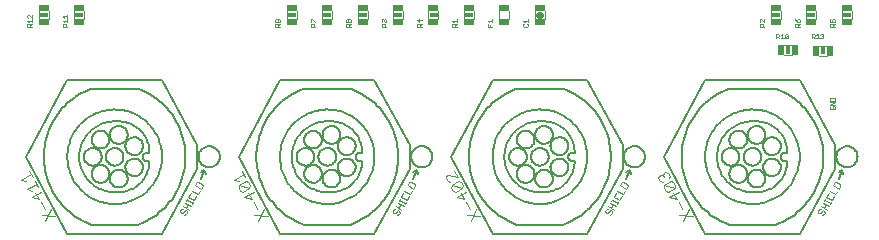
<source format=gto>
G75*
G70*
%OFA0B0*%
%FSLAX24Y24*%
%IPPOS*%
%LPD*%
%AMOC8*
5,1,8,0,0,1.08239X$1,22.5*
%
%ADD10C,0.0030*%
%ADD11C,0.0010*%
%ADD12C,0.0050*%
%ADD13C,0.0020*%
%ADD14R,0.0374X0.0197*%
%ADD15C,0.0040*%
%ADD16C,0.0220*%
%ADD17R,0.0300X0.0180*%
%ADD18R,0.0197X0.0374*%
%ADD19R,0.0180X0.0300*%
D10*
X018264Y002494D02*
X018585Y002679D01*
X018646Y002573D02*
X018523Y002786D01*
X018432Y002449D02*
X018264Y002494D01*
X018448Y002175D02*
X018769Y002360D01*
X018830Y002254D02*
X018707Y002467D01*
X018617Y002130D02*
X018448Y002175D01*
X018601Y001910D02*
X018854Y001842D01*
X018731Y002056D01*
X018922Y002095D02*
X018601Y001910D01*
X018915Y001737D02*
X019038Y001523D01*
X018939Y001325D02*
X019383Y001297D01*
X019260Y001511D02*
X019062Y001112D01*
X025350Y002494D02*
X025671Y002679D01*
X025733Y002573D02*
X025609Y002786D01*
X025519Y002449D02*
X025350Y002494D01*
X025526Y002313D02*
X025864Y002223D01*
X025886Y002307D01*
X025824Y002414D01*
X025740Y002437D01*
X025526Y002313D01*
X025504Y002229D01*
X025565Y002122D01*
X025650Y002099D01*
X025864Y002223D01*
X025817Y002056D02*
X025941Y001842D01*
X025688Y001910D01*
X026009Y002095D01*
X026002Y001737D02*
X026125Y001523D01*
X026025Y001325D02*
X026470Y001297D01*
X026346Y001511D02*
X026149Y001112D01*
X032406Y002548D02*
X032468Y002441D01*
X032552Y002418D01*
X032613Y002313D02*
X032950Y002223D01*
X032973Y002307D01*
X032911Y002414D01*
X032827Y002437D01*
X032613Y002313D01*
X032590Y002229D01*
X032652Y002122D01*
X032736Y002099D01*
X032950Y002223D01*
X032904Y002056D02*
X033027Y001842D01*
X032775Y001910D01*
X033095Y002095D01*
X032819Y002573D02*
X032482Y002663D01*
X032429Y002632D01*
X032406Y002548D01*
X032696Y002786D02*
X032819Y002573D01*
X033088Y001737D02*
X033212Y001523D01*
X033433Y001511D02*
X033235Y001112D01*
X033112Y001325D02*
X033556Y001297D01*
X039493Y002548D02*
X039515Y002632D01*
X039569Y002663D01*
X039653Y002640D01*
X039676Y002725D01*
X039729Y002755D01*
X039814Y002733D01*
X039875Y002626D01*
X039853Y002542D01*
X039913Y002437D02*
X039998Y002414D01*
X040059Y002307D01*
X040037Y002223D01*
X039700Y002313D01*
X039913Y002437D01*
X039700Y002313D02*
X039677Y002229D01*
X039739Y002122D01*
X039823Y002099D01*
X040037Y002223D01*
X039991Y002056D02*
X040114Y001842D01*
X039861Y001910D01*
X040182Y002095D01*
X039684Y002587D02*
X039653Y002640D01*
X039493Y002548D02*
X039555Y002441D01*
X039639Y002418D01*
X040175Y001737D02*
X040298Y001523D01*
X040199Y001325D02*
X040643Y001297D01*
X040519Y001511D02*
X040322Y001112D01*
D11*
X045233Y004865D02*
X045258Y004840D01*
X045358Y004840D01*
X045383Y004865D01*
X045383Y004915D01*
X045358Y004940D01*
X045308Y004940D01*
X045308Y004890D01*
X045258Y004940D02*
X045233Y004915D01*
X045233Y004865D01*
X045233Y004987D02*
X045383Y005087D01*
X045233Y005087D01*
X045233Y005134D02*
X045233Y005209D01*
X045258Y005234D01*
X045358Y005234D01*
X045383Y005209D01*
X045383Y005134D01*
X045233Y005134D01*
X045233Y004987D02*
X045383Y004987D01*
X044975Y007202D02*
X044925Y007202D01*
X044900Y007227D01*
X044853Y007202D02*
X044753Y007202D01*
X044705Y007202D02*
X044655Y007252D01*
X044680Y007252D02*
X044605Y007252D01*
X044605Y007202D02*
X044605Y007352D01*
X044680Y007352D01*
X044705Y007327D01*
X044705Y007277D01*
X044680Y007252D01*
X044753Y007302D02*
X044803Y007352D01*
X044803Y007202D01*
X044900Y007327D02*
X044925Y007352D01*
X044975Y007352D01*
X045000Y007327D01*
X045000Y007302D01*
X044975Y007277D01*
X045000Y007252D01*
X045000Y007227D01*
X044975Y007202D01*
X044975Y007277D02*
X044950Y007277D01*
X045233Y007596D02*
X045233Y007671D01*
X045258Y007696D01*
X045308Y007696D01*
X045333Y007671D01*
X045333Y007596D01*
X045333Y007646D02*
X045383Y007696D01*
X045358Y007743D02*
X045383Y007768D01*
X045383Y007818D01*
X045358Y007843D01*
X045308Y007843D01*
X045283Y007818D01*
X045283Y007793D01*
X045308Y007743D01*
X045233Y007743D01*
X045233Y007843D01*
X045233Y007596D02*
X045383Y007596D01*
X044202Y007596D02*
X044051Y007596D01*
X044051Y007671D01*
X044077Y007696D01*
X044127Y007696D01*
X044152Y007671D01*
X044152Y007596D01*
X044152Y007646D02*
X044202Y007696D01*
X044177Y007743D02*
X044202Y007768D01*
X044202Y007818D01*
X044177Y007843D01*
X044152Y007843D01*
X044127Y007818D01*
X044127Y007743D01*
X044177Y007743D01*
X044127Y007743D02*
X044077Y007793D01*
X044051Y007843D01*
X043794Y007352D02*
X043819Y007327D01*
X043719Y007227D01*
X043744Y007202D01*
X043794Y007202D01*
X043819Y007227D01*
X043819Y007327D01*
X043794Y007352D02*
X043744Y007352D01*
X043719Y007327D01*
X043719Y007227D01*
X043672Y007202D02*
X043572Y007202D01*
X043524Y007202D02*
X043474Y007252D01*
X043499Y007252D02*
X043424Y007252D01*
X043424Y007202D02*
X043424Y007352D01*
X043499Y007352D01*
X043524Y007327D01*
X043524Y007277D01*
X043499Y007252D01*
X043572Y007302D02*
X043622Y007352D01*
X043622Y007202D01*
X043021Y007596D02*
X042870Y007596D01*
X042870Y007671D01*
X042895Y007696D01*
X042945Y007696D01*
X042970Y007671D01*
X042970Y007596D01*
X042970Y007671D01*
X042945Y007696D01*
X042895Y007696D01*
X042870Y007671D01*
X042870Y007596D01*
X043021Y007596D01*
X042970Y007646D02*
X043021Y007696D01*
X042970Y007646D01*
X043021Y007743D02*
X042920Y007843D01*
X042895Y007843D01*
X042870Y007818D01*
X042870Y007768D01*
X042895Y007743D01*
X042870Y007768D01*
X042870Y007818D01*
X042895Y007843D01*
X042920Y007843D01*
X043021Y007743D01*
X043021Y007843D01*
X043021Y007743D01*
X035146Y007743D02*
X035146Y007843D01*
X035146Y007793D02*
X034996Y007793D01*
X035046Y007743D01*
X035021Y007696D02*
X034996Y007671D01*
X034996Y007621D01*
X035021Y007596D01*
X035121Y007596D01*
X035146Y007621D01*
X035146Y007671D01*
X035121Y007696D01*
X033965Y007743D02*
X033965Y007843D01*
X033965Y007793D02*
X033815Y007793D01*
X033865Y007743D01*
X033815Y007696D02*
X033815Y007596D01*
X033965Y007596D01*
X033890Y007596D02*
X033890Y007646D01*
X032784Y007696D02*
X032734Y007646D01*
X032734Y007671D02*
X032734Y007596D01*
X032784Y007596D02*
X032634Y007596D01*
X032634Y007671D01*
X032659Y007696D01*
X032709Y007696D01*
X032734Y007671D01*
X032684Y007743D02*
X032634Y007793D01*
X032784Y007793D01*
X032784Y007743D02*
X032784Y007843D01*
X031603Y007818D02*
X031453Y007818D01*
X031528Y007743D01*
X031528Y007843D01*
X031528Y007696D02*
X031553Y007671D01*
X031553Y007596D01*
X031553Y007646D02*
X031603Y007696D01*
X031528Y007696D02*
X031478Y007696D01*
X031453Y007671D01*
X031453Y007596D01*
X031603Y007596D01*
X030422Y007596D02*
X030272Y007596D01*
X030272Y007671D01*
X030297Y007696D01*
X030347Y007696D01*
X030372Y007671D01*
X030372Y007596D01*
X030372Y007646D02*
X030422Y007696D01*
X030397Y007743D02*
X030422Y007768D01*
X030422Y007818D01*
X030397Y007843D01*
X030372Y007843D01*
X030347Y007818D01*
X030347Y007793D01*
X030347Y007818D02*
X030322Y007843D01*
X030297Y007843D01*
X030272Y007818D01*
X030272Y007768D01*
X030297Y007743D01*
X029241Y007768D02*
X029216Y007743D01*
X029191Y007743D01*
X029166Y007768D01*
X029166Y007818D01*
X029191Y007843D01*
X029216Y007843D01*
X029241Y007818D01*
X029241Y007768D01*
X029241Y007696D02*
X029191Y007646D01*
X029191Y007671D02*
X029191Y007596D01*
X029241Y007596D02*
X029091Y007596D01*
X029091Y007671D01*
X029116Y007696D01*
X029166Y007696D01*
X029191Y007671D01*
X029141Y007743D02*
X029116Y007743D01*
X029091Y007768D01*
X029091Y007818D01*
X029116Y007843D01*
X029141Y007843D01*
X029166Y007818D01*
X029166Y007768D02*
X029141Y007743D01*
X028060Y007743D02*
X028035Y007743D01*
X027935Y007843D01*
X027910Y007843D01*
X027910Y007743D01*
X027935Y007696D02*
X027985Y007696D01*
X028010Y007671D01*
X028010Y007596D01*
X028010Y007646D02*
X028060Y007696D01*
X028060Y007596D02*
X027910Y007596D01*
X027910Y007671D01*
X027935Y007696D01*
X026879Y007696D02*
X026829Y007646D01*
X026829Y007671D02*
X026829Y007596D01*
X026879Y007596D02*
X026729Y007596D01*
X026729Y007671D01*
X026754Y007696D01*
X026804Y007696D01*
X026829Y007671D01*
X026854Y007743D02*
X026879Y007768D01*
X026879Y007818D01*
X026854Y007843D01*
X026754Y007843D01*
X026729Y007818D01*
X026729Y007768D01*
X026754Y007743D01*
X026779Y007743D01*
X026804Y007768D01*
X026804Y007843D01*
X019792Y007743D02*
X019792Y007843D01*
X019792Y007890D02*
X019792Y007990D01*
X019792Y007940D02*
X019642Y007940D01*
X019692Y007890D01*
X019642Y007793D02*
X019792Y007793D01*
X019792Y007696D02*
X019742Y007646D01*
X019742Y007671D02*
X019742Y007596D01*
X019792Y007596D02*
X019642Y007596D01*
X019642Y007671D01*
X019667Y007696D01*
X019717Y007696D01*
X019742Y007671D01*
X019692Y007743D02*
X019642Y007793D01*
X018611Y007793D02*
X018461Y007793D01*
X018511Y007743D01*
X018536Y007696D02*
X018561Y007671D01*
X018561Y007596D01*
X018561Y007646D02*
X018611Y007696D01*
X018611Y007743D02*
X018611Y007843D01*
X018611Y007890D02*
X018511Y007990D01*
X018486Y007990D01*
X018461Y007965D01*
X018461Y007915D01*
X018486Y007890D01*
X018611Y007890D02*
X018611Y007990D01*
X018536Y007696D02*
X018486Y007696D01*
X018461Y007671D01*
X018461Y007596D01*
X018611Y007596D01*
D12*
X019797Y005819D02*
X022947Y005819D01*
X024128Y003654D01*
X024128Y002866D01*
X022947Y000701D01*
X019797Y000701D01*
X018419Y003260D01*
X019797Y005819D01*
X020585Y005524D02*
X022159Y005524D01*
X021490Y004441D02*
X021372Y004441D01*
X021215Y003988D02*
X021217Y004022D01*
X021223Y004056D01*
X021233Y004089D01*
X021246Y004120D01*
X021264Y004150D01*
X021284Y004178D01*
X021308Y004203D01*
X021334Y004225D01*
X021362Y004243D01*
X021393Y004259D01*
X021425Y004271D01*
X021459Y004279D01*
X021493Y004283D01*
X021527Y004283D01*
X021561Y004279D01*
X021595Y004271D01*
X021627Y004259D01*
X021657Y004243D01*
X021686Y004225D01*
X021712Y004203D01*
X021736Y004178D01*
X021756Y004150D01*
X021774Y004120D01*
X021787Y004089D01*
X021797Y004056D01*
X021803Y004022D01*
X021805Y003988D01*
X021803Y003954D01*
X021797Y003920D01*
X021787Y003887D01*
X021774Y003856D01*
X021756Y003826D01*
X021736Y003798D01*
X021712Y003773D01*
X021686Y003751D01*
X021658Y003733D01*
X021627Y003717D01*
X021595Y003705D01*
X021561Y003697D01*
X021527Y003693D01*
X021493Y003693D01*
X021459Y003697D01*
X021425Y003705D01*
X021393Y003717D01*
X021362Y003733D01*
X021334Y003751D01*
X021308Y003773D01*
X021284Y003798D01*
X021264Y003826D01*
X021246Y003856D01*
X021233Y003887D01*
X021223Y003920D01*
X021217Y003954D01*
X021215Y003988D01*
X020605Y003831D02*
X020607Y003865D01*
X020613Y003899D01*
X020623Y003932D01*
X020636Y003963D01*
X020654Y003993D01*
X020674Y004021D01*
X020698Y004046D01*
X020724Y004068D01*
X020752Y004086D01*
X020783Y004102D01*
X020815Y004114D01*
X020849Y004122D01*
X020883Y004126D01*
X020917Y004126D01*
X020951Y004122D01*
X020985Y004114D01*
X021017Y004102D01*
X021047Y004086D01*
X021076Y004068D01*
X021102Y004046D01*
X021126Y004021D01*
X021146Y003993D01*
X021164Y003963D01*
X021177Y003932D01*
X021187Y003899D01*
X021193Y003865D01*
X021195Y003831D01*
X021193Y003797D01*
X021187Y003763D01*
X021177Y003730D01*
X021164Y003699D01*
X021146Y003669D01*
X021126Y003641D01*
X021102Y003616D01*
X021076Y003594D01*
X021048Y003576D01*
X021017Y003560D01*
X020985Y003548D01*
X020951Y003540D01*
X020917Y003536D01*
X020883Y003536D01*
X020849Y003540D01*
X020815Y003548D01*
X020783Y003560D01*
X020752Y003576D01*
X020724Y003594D01*
X020698Y003616D01*
X020674Y003641D01*
X020654Y003669D01*
X020636Y003699D01*
X020623Y003730D01*
X020613Y003763D01*
X020607Y003797D01*
X020605Y003831D01*
X020349Y003260D02*
X020351Y003294D01*
X020357Y003328D01*
X020367Y003361D01*
X020380Y003392D01*
X020398Y003422D01*
X020418Y003450D01*
X020442Y003475D01*
X020468Y003497D01*
X020496Y003515D01*
X020527Y003531D01*
X020559Y003543D01*
X020593Y003551D01*
X020627Y003555D01*
X020661Y003555D01*
X020695Y003551D01*
X020729Y003543D01*
X020761Y003531D01*
X020791Y003515D01*
X020820Y003497D01*
X020846Y003475D01*
X020870Y003450D01*
X020890Y003422D01*
X020908Y003392D01*
X020921Y003361D01*
X020931Y003328D01*
X020937Y003294D01*
X020939Y003260D01*
X020937Y003226D01*
X020931Y003192D01*
X020921Y003159D01*
X020908Y003128D01*
X020890Y003098D01*
X020870Y003070D01*
X020846Y003045D01*
X020820Y003023D01*
X020792Y003005D01*
X020761Y002989D01*
X020729Y002977D01*
X020695Y002969D01*
X020661Y002965D01*
X020627Y002965D01*
X020593Y002969D01*
X020559Y002977D01*
X020527Y002989D01*
X020496Y003005D01*
X020468Y003023D01*
X020442Y003045D01*
X020418Y003070D01*
X020398Y003098D01*
X020380Y003128D01*
X020367Y003159D01*
X020357Y003192D01*
X020351Y003226D01*
X020349Y003260D01*
X020605Y002689D02*
X020607Y002723D01*
X020613Y002757D01*
X020623Y002790D01*
X020636Y002821D01*
X020654Y002851D01*
X020674Y002879D01*
X020698Y002904D01*
X020724Y002926D01*
X020752Y002944D01*
X020783Y002960D01*
X020815Y002972D01*
X020849Y002980D01*
X020883Y002984D01*
X020917Y002984D01*
X020951Y002980D01*
X020985Y002972D01*
X021017Y002960D01*
X021047Y002944D01*
X021076Y002926D01*
X021102Y002904D01*
X021126Y002879D01*
X021146Y002851D01*
X021164Y002821D01*
X021177Y002790D01*
X021187Y002757D01*
X021193Y002723D01*
X021195Y002689D01*
X021193Y002655D01*
X021187Y002621D01*
X021177Y002588D01*
X021164Y002557D01*
X021146Y002527D01*
X021126Y002499D01*
X021102Y002474D01*
X021076Y002452D01*
X021048Y002434D01*
X021017Y002418D01*
X020985Y002406D01*
X020951Y002398D01*
X020917Y002394D01*
X020883Y002394D01*
X020849Y002398D01*
X020815Y002406D01*
X020783Y002418D01*
X020752Y002434D01*
X020724Y002452D01*
X020698Y002474D01*
X020674Y002499D01*
X020654Y002527D01*
X020636Y002557D01*
X020623Y002588D01*
X020613Y002621D01*
X020607Y002655D01*
X020605Y002689D01*
X023734Y003260D02*
X023731Y003377D01*
X023723Y003494D01*
X023708Y003611D01*
X023688Y003727D01*
X023663Y003841D01*
X023632Y003954D01*
X023596Y004066D01*
X023554Y004176D01*
X023507Y004283D01*
X023454Y004388D01*
X023397Y004490D01*
X023335Y004590D01*
X023268Y004686D01*
X023196Y004779D01*
X023120Y004869D01*
X023040Y004954D01*
X022955Y005036D01*
X022867Y005113D01*
X022775Y005186D01*
X022680Y005255D01*
X022581Y005318D01*
X022480Y005377D01*
X022375Y005431D01*
X022269Y005480D01*
X022160Y005523D01*
X021727Y003614D02*
X021729Y003648D01*
X021735Y003682D01*
X021745Y003715D01*
X021758Y003746D01*
X021776Y003776D01*
X021796Y003804D01*
X021820Y003829D01*
X021846Y003851D01*
X021874Y003869D01*
X021905Y003885D01*
X021937Y003897D01*
X021971Y003905D01*
X022005Y003909D01*
X022039Y003909D01*
X022073Y003905D01*
X022107Y003897D01*
X022139Y003885D01*
X022169Y003869D01*
X022198Y003851D01*
X022224Y003829D01*
X022248Y003804D01*
X022268Y003776D01*
X022286Y003746D01*
X022299Y003715D01*
X022309Y003682D01*
X022315Y003648D01*
X022317Y003614D01*
X022315Y003580D01*
X022309Y003546D01*
X022299Y003513D01*
X022286Y003482D01*
X022268Y003452D01*
X022248Y003424D01*
X022224Y003399D01*
X022198Y003377D01*
X022170Y003359D01*
X022139Y003343D01*
X022107Y003331D01*
X022073Y003323D01*
X022039Y003319D01*
X022005Y003319D01*
X021971Y003323D01*
X021937Y003331D01*
X021905Y003343D01*
X021874Y003359D01*
X021846Y003377D01*
X021820Y003399D01*
X021796Y003424D01*
X021776Y003452D01*
X021758Y003482D01*
X021745Y003513D01*
X021735Y003546D01*
X021729Y003580D01*
X021727Y003614D01*
X022533Y003398D02*
X022531Y003461D01*
X022525Y003524D01*
X022516Y003586D01*
X022503Y003648D01*
X022486Y003708D01*
X022465Y003768D01*
X022441Y003826D01*
X022414Y003883D01*
X022383Y003938D01*
X022348Y003990D01*
X022311Y004041D01*
X022271Y004090D01*
X022228Y004136D01*
X022182Y004179D01*
X022133Y004219D01*
X022082Y004256D01*
X022030Y004291D01*
X021975Y004322D01*
X021918Y004349D01*
X021860Y004373D01*
X021800Y004394D01*
X021740Y004411D01*
X021678Y004424D01*
X021616Y004433D01*
X021553Y004439D01*
X021490Y004441D01*
X022455Y003398D02*
X022533Y003398D01*
X022317Y003260D02*
X022319Y003237D01*
X022324Y003214D01*
X022333Y003192D01*
X022345Y003172D01*
X022360Y003154D01*
X022378Y003138D01*
X022398Y003126D01*
X022419Y003116D01*
X022442Y003110D01*
X022465Y003108D01*
X022488Y003109D01*
X022511Y003114D01*
X022533Y003122D01*
X022317Y003260D02*
X022319Y003282D01*
X022324Y003303D01*
X022332Y003323D01*
X022343Y003341D01*
X022357Y003358D01*
X022374Y003372D01*
X022392Y003383D01*
X022412Y003391D01*
X022433Y003396D01*
X022455Y003398D01*
X021727Y002906D02*
X021729Y002940D01*
X021735Y002974D01*
X021745Y003007D01*
X021758Y003038D01*
X021776Y003068D01*
X021796Y003096D01*
X021820Y003121D01*
X021846Y003143D01*
X021874Y003161D01*
X021905Y003177D01*
X021937Y003189D01*
X021971Y003197D01*
X022005Y003201D01*
X022039Y003201D01*
X022073Y003197D01*
X022107Y003189D01*
X022139Y003177D01*
X022169Y003161D01*
X022198Y003143D01*
X022224Y003121D01*
X022248Y003096D01*
X022268Y003068D01*
X022286Y003038D01*
X022299Y003007D01*
X022309Y002974D01*
X022315Y002940D01*
X022317Y002906D01*
X022315Y002872D01*
X022309Y002838D01*
X022299Y002805D01*
X022286Y002774D01*
X022268Y002744D01*
X022248Y002716D01*
X022224Y002691D01*
X022198Y002669D01*
X022170Y002651D01*
X022139Y002635D01*
X022107Y002623D01*
X022073Y002615D01*
X022039Y002611D01*
X022005Y002611D01*
X021971Y002615D01*
X021937Y002623D01*
X021905Y002635D01*
X021874Y002651D01*
X021846Y002669D01*
X021820Y002691D01*
X021796Y002716D01*
X021776Y002744D01*
X021758Y002774D01*
X021745Y002805D01*
X021735Y002838D01*
X021729Y002872D01*
X021727Y002906D01*
X022533Y003122D02*
X022531Y003059D01*
X022525Y002996D01*
X022516Y002934D01*
X022503Y002872D01*
X022486Y002812D01*
X022465Y002752D01*
X022441Y002694D01*
X022414Y002637D01*
X022383Y002582D01*
X022348Y002530D01*
X022311Y002479D01*
X022271Y002430D01*
X022228Y002384D01*
X022182Y002341D01*
X022133Y002301D01*
X022082Y002264D01*
X022030Y002229D01*
X021975Y002198D01*
X021918Y002171D01*
X021860Y002147D01*
X021800Y002126D01*
X021740Y002109D01*
X021678Y002096D01*
X021616Y002087D01*
X021553Y002081D01*
X021490Y002079D01*
X021372Y002079D01*
X021215Y002531D02*
X021217Y002565D01*
X021223Y002599D01*
X021233Y002632D01*
X021246Y002663D01*
X021264Y002693D01*
X021284Y002721D01*
X021308Y002746D01*
X021334Y002768D01*
X021362Y002786D01*
X021393Y002802D01*
X021425Y002814D01*
X021459Y002822D01*
X021493Y002826D01*
X021527Y002826D01*
X021561Y002822D01*
X021595Y002814D01*
X021627Y002802D01*
X021657Y002786D01*
X021686Y002768D01*
X021712Y002746D01*
X021736Y002721D01*
X021756Y002693D01*
X021774Y002663D01*
X021787Y002632D01*
X021797Y002599D01*
X021803Y002565D01*
X021805Y002531D01*
X021803Y002497D01*
X021797Y002463D01*
X021787Y002430D01*
X021774Y002399D01*
X021756Y002369D01*
X021736Y002341D01*
X021712Y002316D01*
X021686Y002294D01*
X021658Y002276D01*
X021627Y002260D01*
X021595Y002248D01*
X021561Y002240D01*
X021527Y002236D01*
X021493Y002236D01*
X021459Y002240D01*
X021425Y002248D01*
X021393Y002260D01*
X021362Y002276D01*
X021334Y002294D01*
X021308Y002316D01*
X021284Y002341D01*
X021264Y002369D01*
X021246Y002399D01*
X021233Y002430D01*
X021223Y002463D01*
X021217Y002497D01*
X021215Y002531D01*
X022160Y000997D02*
X022269Y001040D01*
X022375Y001089D01*
X022480Y001143D01*
X022581Y001202D01*
X022680Y001265D01*
X022775Y001334D01*
X022867Y001407D01*
X022955Y001484D01*
X023040Y001566D01*
X023120Y001651D01*
X023196Y001741D01*
X023268Y001834D01*
X023335Y001930D01*
X023397Y002030D01*
X023454Y002132D01*
X023507Y002237D01*
X023554Y002344D01*
X023596Y002454D01*
X023632Y002566D01*
X023663Y002679D01*
X023688Y002793D01*
X023708Y002909D01*
X023723Y003026D01*
X023731Y003143D01*
X023734Y003260D01*
X024246Y002748D02*
X024364Y002827D01*
X024403Y002669D01*
X024364Y002827D02*
X024246Y002512D01*
X024168Y003260D02*
X024170Y003297D01*
X024176Y003334D01*
X024185Y003369D01*
X024199Y003404D01*
X024215Y003437D01*
X024236Y003468D01*
X024259Y003497D01*
X024285Y003523D01*
X024314Y003546D01*
X024345Y003567D01*
X024378Y003583D01*
X024413Y003597D01*
X024448Y003606D01*
X024485Y003612D01*
X024522Y003614D01*
X024559Y003612D01*
X024596Y003606D01*
X024631Y003597D01*
X024666Y003583D01*
X024699Y003567D01*
X024730Y003546D01*
X024759Y003523D01*
X024785Y003497D01*
X024808Y003468D01*
X024829Y003437D01*
X024845Y003404D01*
X024859Y003369D01*
X024868Y003334D01*
X024874Y003297D01*
X024876Y003260D01*
X024874Y003223D01*
X024868Y003186D01*
X024859Y003151D01*
X024845Y003116D01*
X024829Y003083D01*
X024808Y003052D01*
X024785Y003023D01*
X024759Y002997D01*
X024730Y002974D01*
X024699Y002953D01*
X024666Y002937D01*
X024631Y002923D01*
X024596Y002914D01*
X024559Y002908D01*
X024522Y002906D01*
X024485Y002908D01*
X024448Y002914D01*
X024413Y002923D01*
X024378Y002937D01*
X024345Y002953D01*
X024314Y002974D01*
X024285Y002997D01*
X024259Y003023D01*
X024236Y003052D01*
X024215Y003083D01*
X024199Y003116D01*
X024185Y003151D01*
X024176Y003186D01*
X024170Y003223D01*
X024168Y003260D01*
X025506Y003260D02*
X026884Y000701D01*
X030033Y000701D01*
X031214Y002866D01*
X031214Y003654D01*
X030033Y005819D01*
X026884Y005819D01*
X025506Y003260D01*
X027435Y003260D02*
X027437Y003294D01*
X027443Y003328D01*
X027453Y003361D01*
X027466Y003392D01*
X027484Y003422D01*
X027504Y003450D01*
X027528Y003475D01*
X027554Y003497D01*
X027582Y003515D01*
X027613Y003531D01*
X027645Y003543D01*
X027679Y003551D01*
X027713Y003555D01*
X027747Y003555D01*
X027781Y003551D01*
X027815Y003543D01*
X027847Y003531D01*
X027877Y003515D01*
X027906Y003497D01*
X027932Y003475D01*
X027956Y003450D01*
X027976Y003422D01*
X027994Y003392D01*
X028007Y003361D01*
X028017Y003328D01*
X028023Y003294D01*
X028025Y003260D01*
X028023Y003226D01*
X028017Y003192D01*
X028007Y003159D01*
X027994Y003128D01*
X027976Y003098D01*
X027956Y003070D01*
X027932Y003045D01*
X027906Y003023D01*
X027878Y003005D01*
X027847Y002989D01*
X027815Y002977D01*
X027781Y002969D01*
X027747Y002965D01*
X027713Y002965D01*
X027679Y002969D01*
X027645Y002977D01*
X027613Y002989D01*
X027582Y003005D01*
X027554Y003023D01*
X027528Y003045D01*
X027504Y003070D01*
X027484Y003098D01*
X027466Y003128D01*
X027453Y003159D01*
X027443Y003192D01*
X027437Y003226D01*
X027435Y003260D01*
X027691Y003831D02*
X027693Y003865D01*
X027699Y003899D01*
X027709Y003932D01*
X027722Y003963D01*
X027740Y003993D01*
X027760Y004021D01*
X027784Y004046D01*
X027810Y004068D01*
X027838Y004086D01*
X027869Y004102D01*
X027901Y004114D01*
X027935Y004122D01*
X027969Y004126D01*
X028003Y004126D01*
X028037Y004122D01*
X028071Y004114D01*
X028103Y004102D01*
X028133Y004086D01*
X028162Y004068D01*
X028188Y004046D01*
X028212Y004021D01*
X028232Y003993D01*
X028250Y003963D01*
X028263Y003932D01*
X028273Y003899D01*
X028279Y003865D01*
X028281Y003831D01*
X028279Y003797D01*
X028273Y003763D01*
X028263Y003730D01*
X028250Y003699D01*
X028232Y003669D01*
X028212Y003641D01*
X028188Y003616D01*
X028162Y003594D01*
X028134Y003576D01*
X028103Y003560D01*
X028071Y003548D01*
X028037Y003540D01*
X028003Y003536D01*
X027969Y003536D01*
X027935Y003540D01*
X027901Y003548D01*
X027869Y003560D01*
X027838Y003576D01*
X027810Y003594D01*
X027784Y003616D01*
X027760Y003641D01*
X027740Y003669D01*
X027722Y003699D01*
X027709Y003730D01*
X027699Y003763D01*
X027693Y003797D01*
X027691Y003831D01*
X029246Y005523D02*
X029355Y005480D01*
X029461Y005431D01*
X029566Y005377D01*
X029667Y005318D01*
X029766Y005255D01*
X029861Y005186D01*
X029953Y005113D01*
X030041Y005036D01*
X030126Y004954D01*
X030206Y004869D01*
X030282Y004779D01*
X030354Y004686D01*
X030421Y004590D01*
X030483Y004490D01*
X030540Y004388D01*
X030593Y004283D01*
X030640Y004176D01*
X030682Y004066D01*
X030718Y003954D01*
X030749Y003841D01*
X030774Y003727D01*
X030794Y003611D01*
X030809Y003494D01*
X030817Y003377D01*
X030820Y003260D01*
X031254Y003260D02*
X031256Y003297D01*
X031262Y003334D01*
X031271Y003369D01*
X031285Y003404D01*
X031301Y003437D01*
X031322Y003468D01*
X031345Y003497D01*
X031371Y003523D01*
X031400Y003546D01*
X031431Y003567D01*
X031464Y003583D01*
X031499Y003597D01*
X031534Y003606D01*
X031571Y003612D01*
X031608Y003614D01*
X031645Y003612D01*
X031682Y003606D01*
X031717Y003597D01*
X031752Y003583D01*
X031785Y003567D01*
X031816Y003546D01*
X031845Y003523D01*
X031871Y003497D01*
X031894Y003468D01*
X031915Y003437D01*
X031931Y003404D01*
X031945Y003369D01*
X031954Y003334D01*
X031960Y003297D01*
X031962Y003260D01*
X031960Y003223D01*
X031954Y003186D01*
X031945Y003151D01*
X031931Y003116D01*
X031915Y003083D01*
X031894Y003052D01*
X031871Y003023D01*
X031845Y002997D01*
X031816Y002974D01*
X031785Y002953D01*
X031752Y002937D01*
X031717Y002923D01*
X031682Y002914D01*
X031645Y002908D01*
X031608Y002906D01*
X031571Y002908D01*
X031534Y002914D01*
X031499Y002923D01*
X031464Y002937D01*
X031431Y002953D01*
X031400Y002974D01*
X031371Y002997D01*
X031345Y003023D01*
X031322Y003052D01*
X031301Y003083D01*
X031285Y003116D01*
X031271Y003151D01*
X031262Y003186D01*
X031256Y003223D01*
X031254Y003260D01*
X031451Y002827D02*
X031490Y002669D01*
X031451Y002827D02*
X031333Y002748D01*
X031451Y002827D02*
X031333Y002512D01*
X032592Y003260D02*
X033970Y000701D01*
X037120Y000701D01*
X038301Y002866D01*
X038301Y003654D01*
X037120Y005819D01*
X033970Y005819D01*
X032592Y003260D01*
X034522Y003260D02*
X034524Y003294D01*
X034530Y003328D01*
X034540Y003361D01*
X034553Y003392D01*
X034571Y003422D01*
X034591Y003450D01*
X034615Y003475D01*
X034641Y003497D01*
X034669Y003515D01*
X034700Y003531D01*
X034732Y003543D01*
X034766Y003551D01*
X034800Y003555D01*
X034834Y003555D01*
X034868Y003551D01*
X034902Y003543D01*
X034934Y003531D01*
X034964Y003515D01*
X034993Y003497D01*
X035019Y003475D01*
X035043Y003450D01*
X035063Y003422D01*
X035081Y003392D01*
X035094Y003361D01*
X035104Y003328D01*
X035110Y003294D01*
X035112Y003260D01*
X035110Y003226D01*
X035104Y003192D01*
X035094Y003159D01*
X035081Y003128D01*
X035063Y003098D01*
X035043Y003070D01*
X035019Y003045D01*
X034993Y003023D01*
X034965Y003005D01*
X034934Y002989D01*
X034902Y002977D01*
X034868Y002969D01*
X034834Y002965D01*
X034800Y002965D01*
X034766Y002969D01*
X034732Y002977D01*
X034700Y002989D01*
X034669Y003005D01*
X034641Y003023D01*
X034615Y003045D01*
X034591Y003070D01*
X034571Y003098D01*
X034553Y003128D01*
X034540Y003159D01*
X034530Y003192D01*
X034524Y003226D01*
X034522Y003260D01*
X034778Y003831D02*
X034780Y003865D01*
X034786Y003899D01*
X034796Y003932D01*
X034809Y003963D01*
X034827Y003993D01*
X034847Y004021D01*
X034871Y004046D01*
X034897Y004068D01*
X034925Y004086D01*
X034956Y004102D01*
X034988Y004114D01*
X035022Y004122D01*
X035056Y004126D01*
X035090Y004126D01*
X035124Y004122D01*
X035158Y004114D01*
X035190Y004102D01*
X035220Y004086D01*
X035249Y004068D01*
X035275Y004046D01*
X035299Y004021D01*
X035319Y003993D01*
X035337Y003963D01*
X035350Y003932D01*
X035360Y003899D01*
X035366Y003865D01*
X035368Y003831D01*
X035366Y003797D01*
X035360Y003763D01*
X035350Y003730D01*
X035337Y003699D01*
X035319Y003669D01*
X035299Y003641D01*
X035275Y003616D01*
X035249Y003594D01*
X035221Y003576D01*
X035190Y003560D01*
X035158Y003548D01*
X035124Y003540D01*
X035090Y003536D01*
X035056Y003536D01*
X035022Y003540D01*
X034988Y003548D01*
X034956Y003560D01*
X034925Y003576D01*
X034897Y003594D01*
X034871Y003616D01*
X034847Y003641D01*
X034827Y003669D01*
X034809Y003699D01*
X034796Y003730D01*
X034786Y003763D01*
X034780Y003797D01*
X034778Y003831D01*
X036333Y005523D02*
X036442Y005480D01*
X036548Y005431D01*
X036653Y005377D01*
X036754Y005318D01*
X036853Y005255D01*
X036948Y005186D01*
X037040Y005113D01*
X037128Y005036D01*
X037213Y004954D01*
X037293Y004869D01*
X037369Y004779D01*
X037441Y004686D01*
X037508Y004590D01*
X037570Y004490D01*
X037627Y004388D01*
X037680Y004283D01*
X037727Y004176D01*
X037769Y004066D01*
X037805Y003954D01*
X037836Y003841D01*
X037861Y003727D01*
X037881Y003611D01*
X037896Y003494D01*
X037904Y003377D01*
X037907Y003260D01*
X038341Y003260D02*
X038343Y003297D01*
X038349Y003334D01*
X038358Y003369D01*
X038372Y003404D01*
X038388Y003437D01*
X038409Y003468D01*
X038432Y003497D01*
X038458Y003523D01*
X038487Y003546D01*
X038518Y003567D01*
X038551Y003583D01*
X038586Y003597D01*
X038621Y003606D01*
X038658Y003612D01*
X038695Y003614D01*
X038732Y003612D01*
X038769Y003606D01*
X038804Y003597D01*
X038839Y003583D01*
X038872Y003567D01*
X038903Y003546D01*
X038932Y003523D01*
X038958Y003497D01*
X038981Y003468D01*
X039002Y003437D01*
X039018Y003404D01*
X039032Y003369D01*
X039041Y003334D01*
X039047Y003297D01*
X039049Y003260D01*
X039047Y003223D01*
X039041Y003186D01*
X039032Y003151D01*
X039018Y003116D01*
X039002Y003083D01*
X038981Y003052D01*
X038958Y003023D01*
X038932Y002997D01*
X038903Y002974D01*
X038872Y002953D01*
X038839Y002937D01*
X038804Y002923D01*
X038769Y002914D01*
X038732Y002908D01*
X038695Y002906D01*
X038658Y002908D01*
X038621Y002914D01*
X038586Y002923D01*
X038551Y002937D01*
X038518Y002953D01*
X038487Y002974D01*
X038458Y002997D01*
X038432Y003023D01*
X038409Y003052D01*
X038388Y003083D01*
X038372Y003116D01*
X038358Y003151D01*
X038349Y003186D01*
X038343Y003223D01*
X038341Y003260D01*
X038537Y002827D02*
X038577Y002669D01*
X038537Y002827D02*
X038419Y002748D01*
X038537Y002827D02*
X038419Y002512D01*
X039679Y003260D02*
X041057Y000701D01*
X044207Y000701D01*
X045388Y002866D01*
X045388Y003654D01*
X044207Y005819D01*
X041057Y005819D01*
X039679Y003260D01*
X041608Y003260D02*
X041610Y003294D01*
X041616Y003328D01*
X041626Y003361D01*
X041639Y003392D01*
X041657Y003422D01*
X041677Y003450D01*
X041701Y003475D01*
X041727Y003497D01*
X041755Y003515D01*
X041786Y003531D01*
X041818Y003543D01*
X041852Y003551D01*
X041886Y003555D01*
X041920Y003555D01*
X041954Y003551D01*
X041988Y003543D01*
X042020Y003531D01*
X042050Y003515D01*
X042079Y003497D01*
X042105Y003475D01*
X042129Y003450D01*
X042149Y003422D01*
X042167Y003392D01*
X042180Y003361D01*
X042190Y003328D01*
X042196Y003294D01*
X042198Y003260D01*
X042196Y003226D01*
X042190Y003192D01*
X042180Y003159D01*
X042167Y003128D01*
X042149Y003098D01*
X042129Y003070D01*
X042105Y003045D01*
X042079Y003023D01*
X042051Y003005D01*
X042020Y002989D01*
X041988Y002977D01*
X041954Y002969D01*
X041920Y002965D01*
X041886Y002965D01*
X041852Y002969D01*
X041818Y002977D01*
X041786Y002989D01*
X041755Y003005D01*
X041727Y003023D01*
X041701Y003045D01*
X041677Y003070D01*
X041657Y003098D01*
X041639Y003128D01*
X041626Y003159D01*
X041616Y003192D01*
X041610Y003226D01*
X041608Y003260D01*
X041864Y003831D02*
X041866Y003865D01*
X041872Y003899D01*
X041882Y003932D01*
X041895Y003963D01*
X041913Y003993D01*
X041933Y004021D01*
X041957Y004046D01*
X041983Y004068D01*
X042011Y004086D01*
X042042Y004102D01*
X042074Y004114D01*
X042108Y004122D01*
X042142Y004126D01*
X042176Y004126D01*
X042210Y004122D01*
X042244Y004114D01*
X042276Y004102D01*
X042306Y004086D01*
X042335Y004068D01*
X042361Y004046D01*
X042385Y004021D01*
X042405Y003993D01*
X042423Y003963D01*
X042436Y003932D01*
X042446Y003899D01*
X042452Y003865D01*
X042454Y003831D01*
X042452Y003797D01*
X042446Y003763D01*
X042436Y003730D01*
X042423Y003699D01*
X042405Y003669D01*
X042385Y003641D01*
X042361Y003616D01*
X042335Y003594D01*
X042307Y003576D01*
X042276Y003560D01*
X042244Y003548D01*
X042210Y003540D01*
X042176Y003536D01*
X042142Y003536D01*
X042108Y003540D01*
X042074Y003548D01*
X042042Y003560D01*
X042011Y003576D01*
X041983Y003594D01*
X041957Y003616D01*
X041933Y003641D01*
X041913Y003669D01*
X041895Y003699D01*
X041882Y003730D01*
X041872Y003763D01*
X041866Y003797D01*
X041864Y003831D01*
X043420Y005523D02*
X043529Y005480D01*
X043635Y005431D01*
X043740Y005377D01*
X043841Y005318D01*
X043940Y005255D01*
X044035Y005186D01*
X044127Y005113D01*
X044215Y005036D01*
X044300Y004954D01*
X044380Y004869D01*
X044456Y004779D01*
X044528Y004686D01*
X044595Y004590D01*
X044657Y004490D01*
X044714Y004388D01*
X044767Y004283D01*
X044814Y004176D01*
X044856Y004066D01*
X044892Y003954D01*
X044923Y003841D01*
X044948Y003727D01*
X044968Y003611D01*
X044983Y003494D01*
X044991Y003377D01*
X044994Y003260D01*
X045506Y002748D02*
X045624Y002827D01*
X045663Y002669D01*
X045624Y002827D02*
X045506Y002512D01*
X045427Y003260D02*
X045429Y003297D01*
X045435Y003334D01*
X045444Y003369D01*
X045458Y003404D01*
X045474Y003437D01*
X045495Y003468D01*
X045518Y003497D01*
X045544Y003523D01*
X045573Y003546D01*
X045604Y003567D01*
X045637Y003583D01*
X045672Y003597D01*
X045707Y003606D01*
X045744Y003612D01*
X045781Y003614D01*
X045818Y003612D01*
X045855Y003606D01*
X045890Y003597D01*
X045925Y003583D01*
X045958Y003567D01*
X045989Y003546D01*
X046018Y003523D01*
X046044Y003497D01*
X046067Y003468D01*
X046088Y003437D01*
X046104Y003404D01*
X046118Y003369D01*
X046127Y003334D01*
X046133Y003297D01*
X046135Y003260D01*
X046133Y003223D01*
X046127Y003186D01*
X046118Y003151D01*
X046104Y003116D01*
X046088Y003083D01*
X046067Y003052D01*
X046044Y003023D01*
X046018Y002997D01*
X045989Y002974D01*
X045958Y002953D01*
X045925Y002937D01*
X045890Y002923D01*
X045855Y002914D01*
X045818Y002908D01*
X045781Y002906D01*
X045744Y002908D01*
X045707Y002914D01*
X045672Y002923D01*
X045637Y002937D01*
X045604Y002953D01*
X045573Y002974D01*
X045544Y002997D01*
X045518Y003023D01*
X045495Y003052D01*
X045474Y003083D01*
X045458Y003116D01*
X045444Y003151D01*
X045435Y003186D01*
X045429Y003223D01*
X045427Y003260D01*
X043793Y003398D02*
X043714Y003398D01*
X043692Y003396D01*
X043671Y003391D01*
X043651Y003383D01*
X043633Y003372D01*
X043616Y003358D01*
X043602Y003341D01*
X043591Y003323D01*
X043583Y003303D01*
X043578Y003282D01*
X043576Y003260D01*
X043577Y003260D02*
X043579Y003237D01*
X043584Y003214D01*
X043593Y003192D01*
X043605Y003172D01*
X043620Y003154D01*
X043638Y003138D01*
X043658Y003126D01*
X043679Y003116D01*
X043702Y003110D01*
X043725Y003108D01*
X043748Y003109D01*
X043771Y003114D01*
X043793Y003122D01*
X042986Y002906D02*
X042988Y002940D01*
X042994Y002974D01*
X043004Y003007D01*
X043017Y003038D01*
X043035Y003068D01*
X043055Y003096D01*
X043079Y003121D01*
X043105Y003143D01*
X043133Y003161D01*
X043164Y003177D01*
X043196Y003189D01*
X043230Y003197D01*
X043264Y003201D01*
X043298Y003201D01*
X043332Y003197D01*
X043366Y003189D01*
X043398Y003177D01*
X043428Y003161D01*
X043457Y003143D01*
X043483Y003121D01*
X043507Y003096D01*
X043527Y003068D01*
X043545Y003038D01*
X043558Y003007D01*
X043568Y002974D01*
X043574Y002940D01*
X043576Y002906D01*
X043574Y002872D01*
X043568Y002838D01*
X043558Y002805D01*
X043545Y002774D01*
X043527Y002744D01*
X043507Y002716D01*
X043483Y002691D01*
X043457Y002669D01*
X043429Y002651D01*
X043398Y002635D01*
X043366Y002623D01*
X043332Y002615D01*
X043298Y002611D01*
X043264Y002611D01*
X043230Y002615D01*
X043196Y002623D01*
X043164Y002635D01*
X043133Y002651D01*
X043105Y002669D01*
X043079Y002691D01*
X043055Y002716D01*
X043035Y002744D01*
X043017Y002774D01*
X043004Y002805D01*
X042994Y002838D01*
X042988Y002872D01*
X042986Y002906D01*
X043793Y003122D02*
X043791Y003059D01*
X043785Y002996D01*
X043776Y002934D01*
X043763Y002872D01*
X043746Y002812D01*
X043725Y002752D01*
X043701Y002694D01*
X043674Y002637D01*
X043643Y002582D01*
X043608Y002530D01*
X043571Y002479D01*
X043531Y002430D01*
X043488Y002384D01*
X043442Y002341D01*
X043393Y002301D01*
X043342Y002264D01*
X043290Y002229D01*
X043235Y002198D01*
X043178Y002171D01*
X043120Y002147D01*
X043060Y002126D01*
X043000Y002109D01*
X042938Y002096D01*
X042876Y002087D01*
X042813Y002081D01*
X042750Y002079D01*
X042632Y002079D01*
X042475Y002531D02*
X042477Y002565D01*
X042483Y002599D01*
X042493Y002632D01*
X042506Y002663D01*
X042524Y002693D01*
X042544Y002721D01*
X042568Y002746D01*
X042594Y002768D01*
X042622Y002786D01*
X042653Y002802D01*
X042685Y002814D01*
X042719Y002822D01*
X042753Y002826D01*
X042787Y002826D01*
X042821Y002822D01*
X042855Y002814D01*
X042887Y002802D01*
X042917Y002786D01*
X042946Y002768D01*
X042972Y002746D01*
X042996Y002721D01*
X043016Y002693D01*
X043034Y002663D01*
X043047Y002632D01*
X043057Y002599D01*
X043063Y002565D01*
X043065Y002531D01*
X043063Y002497D01*
X043057Y002463D01*
X043047Y002430D01*
X043034Y002399D01*
X043016Y002369D01*
X042996Y002341D01*
X042972Y002316D01*
X042946Y002294D01*
X042918Y002276D01*
X042887Y002260D01*
X042855Y002248D01*
X042821Y002240D01*
X042787Y002236D01*
X042753Y002236D01*
X042719Y002240D01*
X042685Y002248D01*
X042653Y002260D01*
X042622Y002276D01*
X042594Y002294D01*
X042568Y002316D01*
X042544Y002341D01*
X042524Y002369D01*
X042506Y002399D01*
X042493Y002430D01*
X042483Y002463D01*
X042477Y002497D01*
X042475Y002531D01*
X041864Y002689D02*
X041866Y002723D01*
X041872Y002757D01*
X041882Y002790D01*
X041895Y002821D01*
X041913Y002851D01*
X041933Y002879D01*
X041957Y002904D01*
X041983Y002926D01*
X042011Y002944D01*
X042042Y002960D01*
X042074Y002972D01*
X042108Y002980D01*
X042142Y002984D01*
X042176Y002984D01*
X042210Y002980D01*
X042244Y002972D01*
X042276Y002960D01*
X042306Y002944D01*
X042335Y002926D01*
X042361Y002904D01*
X042385Y002879D01*
X042405Y002851D01*
X042423Y002821D01*
X042436Y002790D01*
X042446Y002757D01*
X042452Y002723D01*
X042454Y002689D01*
X042452Y002655D01*
X042446Y002621D01*
X042436Y002588D01*
X042423Y002557D01*
X042405Y002527D01*
X042385Y002499D01*
X042361Y002474D01*
X042335Y002452D01*
X042307Y002434D01*
X042276Y002418D01*
X042244Y002406D01*
X042210Y002398D01*
X042176Y002394D01*
X042142Y002394D01*
X042108Y002398D01*
X042074Y002406D01*
X042042Y002418D01*
X042011Y002434D01*
X041983Y002452D01*
X041957Y002474D01*
X041933Y002499D01*
X041913Y002527D01*
X041895Y002557D01*
X041882Y002588D01*
X041872Y002621D01*
X041866Y002655D01*
X041864Y002689D01*
X043420Y000997D02*
X043529Y001040D01*
X043635Y001089D01*
X043740Y001143D01*
X043841Y001202D01*
X043940Y001265D01*
X044035Y001334D01*
X044127Y001407D01*
X044215Y001484D01*
X044300Y001566D01*
X044380Y001651D01*
X044456Y001741D01*
X044528Y001834D01*
X044595Y001930D01*
X044657Y002030D01*
X044714Y002132D01*
X044767Y002237D01*
X044814Y002344D01*
X044856Y002454D01*
X044892Y002566D01*
X044923Y002679D01*
X044948Y002793D01*
X044968Y002909D01*
X044983Y003026D01*
X044991Y003143D01*
X044994Y003260D01*
X042986Y003614D02*
X042988Y003648D01*
X042994Y003682D01*
X043004Y003715D01*
X043017Y003746D01*
X043035Y003776D01*
X043055Y003804D01*
X043079Y003829D01*
X043105Y003851D01*
X043133Y003869D01*
X043164Y003885D01*
X043196Y003897D01*
X043230Y003905D01*
X043264Y003909D01*
X043298Y003909D01*
X043332Y003905D01*
X043366Y003897D01*
X043398Y003885D01*
X043428Y003869D01*
X043457Y003851D01*
X043483Y003829D01*
X043507Y003804D01*
X043527Y003776D01*
X043545Y003746D01*
X043558Y003715D01*
X043568Y003682D01*
X043574Y003648D01*
X043576Y003614D01*
X043574Y003580D01*
X043568Y003546D01*
X043558Y003513D01*
X043545Y003482D01*
X043527Y003452D01*
X043507Y003424D01*
X043483Y003399D01*
X043457Y003377D01*
X043429Y003359D01*
X043398Y003343D01*
X043366Y003331D01*
X043332Y003323D01*
X043298Y003319D01*
X043264Y003319D01*
X043230Y003323D01*
X043196Y003331D01*
X043164Y003343D01*
X043133Y003359D01*
X043105Y003377D01*
X043079Y003399D01*
X043055Y003424D01*
X043035Y003452D01*
X043017Y003482D01*
X043004Y003513D01*
X042994Y003546D01*
X042988Y003580D01*
X042986Y003614D01*
X043793Y003398D02*
X043791Y003461D01*
X043785Y003524D01*
X043776Y003586D01*
X043763Y003648D01*
X043746Y003708D01*
X043725Y003768D01*
X043701Y003826D01*
X043674Y003883D01*
X043643Y003938D01*
X043608Y003990D01*
X043571Y004041D01*
X043531Y004090D01*
X043488Y004136D01*
X043442Y004179D01*
X043393Y004219D01*
X043342Y004256D01*
X043290Y004291D01*
X043235Y004322D01*
X043178Y004349D01*
X043120Y004373D01*
X043060Y004394D01*
X043000Y004411D01*
X042938Y004424D01*
X042876Y004433D01*
X042813Y004439D01*
X042750Y004441D01*
X042632Y004441D01*
X042475Y003988D02*
X042477Y004022D01*
X042483Y004056D01*
X042493Y004089D01*
X042506Y004120D01*
X042524Y004150D01*
X042544Y004178D01*
X042568Y004203D01*
X042594Y004225D01*
X042622Y004243D01*
X042653Y004259D01*
X042685Y004271D01*
X042719Y004279D01*
X042753Y004283D01*
X042787Y004283D01*
X042821Y004279D01*
X042855Y004271D01*
X042887Y004259D01*
X042917Y004243D01*
X042946Y004225D01*
X042972Y004203D01*
X042996Y004178D01*
X043016Y004150D01*
X043034Y004120D01*
X043047Y004089D01*
X043057Y004056D01*
X043063Y004022D01*
X043065Y003988D01*
X043063Y003954D01*
X043057Y003920D01*
X043047Y003887D01*
X043034Y003856D01*
X043016Y003826D01*
X042996Y003798D01*
X042972Y003773D01*
X042946Y003751D01*
X042918Y003733D01*
X042887Y003717D01*
X042855Y003705D01*
X042821Y003697D01*
X042787Y003693D01*
X042753Y003693D01*
X042719Y003697D01*
X042685Y003705D01*
X042653Y003717D01*
X042622Y003733D01*
X042594Y003751D01*
X042568Y003773D01*
X042544Y003798D01*
X042524Y003826D01*
X042506Y003856D01*
X042493Y003887D01*
X042483Y003920D01*
X042477Y003954D01*
X042475Y003988D01*
X042337Y003260D02*
X042339Y003294D01*
X042345Y003328D01*
X042355Y003361D01*
X042368Y003392D01*
X042386Y003422D01*
X042406Y003450D01*
X042430Y003475D01*
X042456Y003497D01*
X042484Y003515D01*
X042515Y003531D01*
X042547Y003543D01*
X042581Y003551D01*
X042615Y003555D01*
X042649Y003555D01*
X042683Y003551D01*
X042717Y003543D01*
X042749Y003531D01*
X042779Y003515D01*
X042808Y003497D01*
X042834Y003475D01*
X042858Y003450D01*
X042878Y003422D01*
X042896Y003392D01*
X042909Y003361D01*
X042919Y003328D01*
X042925Y003294D01*
X042927Y003260D01*
X042925Y003226D01*
X042919Y003192D01*
X042909Y003159D01*
X042896Y003128D01*
X042878Y003098D01*
X042858Y003070D01*
X042834Y003045D01*
X042808Y003023D01*
X042780Y003005D01*
X042749Y002989D01*
X042717Y002977D01*
X042683Y002969D01*
X042649Y002965D01*
X042615Y002965D01*
X042581Y002969D01*
X042547Y002977D01*
X042515Y002989D01*
X042484Y003005D01*
X042456Y003023D01*
X042430Y003045D01*
X042406Y003070D01*
X042386Y003098D01*
X042368Y003128D01*
X042355Y003159D01*
X042345Y003192D01*
X042339Y003226D01*
X042337Y003260D01*
X041451Y003260D02*
X041453Y003194D01*
X041458Y003128D01*
X041468Y003062D01*
X041481Y002997D01*
X041497Y002933D01*
X041517Y002870D01*
X041541Y002808D01*
X041568Y002748D01*
X041598Y002689D01*
X041632Y002632D01*
X041669Y002577D01*
X041709Y002524D01*
X041751Y002473D01*
X041797Y002425D01*
X041845Y002379D01*
X041896Y002337D01*
X041949Y002297D01*
X042004Y002260D01*
X042061Y002226D01*
X042120Y002196D01*
X042180Y002169D01*
X042242Y002145D01*
X042305Y002125D01*
X042369Y002109D01*
X042434Y002096D01*
X042500Y002086D01*
X042566Y002081D01*
X042632Y002079D01*
X043419Y000996D02*
X041844Y000996D01*
X041451Y003260D02*
X041453Y003326D01*
X041458Y003392D01*
X041468Y003458D01*
X041481Y003523D01*
X041497Y003587D01*
X041517Y003650D01*
X041541Y003712D01*
X041568Y003772D01*
X041598Y003831D01*
X041632Y003888D01*
X041669Y003943D01*
X041709Y003996D01*
X041751Y004047D01*
X041797Y004095D01*
X041845Y004141D01*
X041896Y004183D01*
X041949Y004223D01*
X042004Y004260D01*
X042061Y004294D01*
X042120Y004324D01*
X042180Y004351D01*
X042242Y004375D01*
X042305Y004395D01*
X042369Y004411D01*
X042434Y004424D01*
X042500Y004434D01*
X042566Y004439D01*
X042632Y004441D01*
X043419Y005524D02*
X041844Y005524D01*
X041057Y003260D02*
X041059Y003339D01*
X041065Y003418D01*
X041075Y003497D01*
X041089Y003575D01*
X041106Y003652D01*
X041128Y003728D01*
X041153Y003803D01*
X041183Y003876D01*
X041215Y003948D01*
X041252Y004019D01*
X041292Y004087D01*
X041335Y004153D01*
X041381Y004217D01*
X041431Y004279D01*
X041484Y004338D01*
X041539Y004394D01*
X041598Y004448D01*
X041659Y004498D01*
X041722Y004546D01*
X041788Y004590D01*
X041856Y004631D01*
X041926Y004668D01*
X041997Y004702D01*
X042071Y004732D01*
X042145Y004758D01*
X042221Y004780D01*
X042298Y004799D01*
X042376Y004814D01*
X042454Y004825D01*
X042533Y004832D01*
X042612Y004835D01*
X042691Y004834D01*
X042770Y004829D01*
X042849Y004820D01*
X042927Y004807D01*
X043004Y004790D01*
X043081Y004770D01*
X043156Y004745D01*
X043230Y004717D01*
X043303Y004685D01*
X043373Y004650D01*
X043442Y004611D01*
X043509Y004568D01*
X043574Y004522D01*
X043636Y004474D01*
X043696Y004422D01*
X043753Y004367D01*
X043807Y004309D01*
X043858Y004249D01*
X043906Y004186D01*
X043951Y004121D01*
X043993Y004053D01*
X044031Y003984D01*
X044065Y003913D01*
X044096Y003840D01*
X044124Y003765D01*
X044147Y003690D01*
X044167Y003613D01*
X044183Y003536D01*
X044195Y003457D01*
X044203Y003379D01*
X044207Y003300D01*
X044207Y003220D01*
X044203Y003141D01*
X044195Y003063D01*
X044183Y002984D01*
X044167Y002907D01*
X044147Y002830D01*
X044124Y002755D01*
X044096Y002680D01*
X044065Y002607D01*
X044031Y002536D01*
X043993Y002467D01*
X043951Y002399D01*
X043906Y002334D01*
X043858Y002271D01*
X043807Y002211D01*
X043753Y002153D01*
X043696Y002098D01*
X043636Y002046D01*
X043574Y001998D01*
X043509Y001952D01*
X043442Y001909D01*
X043373Y001870D01*
X043303Y001835D01*
X043230Y001803D01*
X043156Y001775D01*
X043081Y001750D01*
X043004Y001730D01*
X042927Y001713D01*
X042849Y001700D01*
X042770Y001691D01*
X042691Y001686D01*
X042612Y001685D01*
X042533Y001688D01*
X042454Y001695D01*
X042376Y001706D01*
X042298Y001721D01*
X042221Y001740D01*
X042145Y001762D01*
X042071Y001788D01*
X041997Y001818D01*
X041926Y001852D01*
X041856Y001889D01*
X041788Y001930D01*
X041722Y001974D01*
X041659Y002022D01*
X041598Y002072D01*
X041539Y002126D01*
X041484Y002182D01*
X041431Y002241D01*
X041381Y002303D01*
X041335Y002367D01*
X041292Y002433D01*
X041252Y002501D01*
X041215Y002572D01*
X041183Y002644D01*
X041153Y002717D01*
X041128Y002792D01*
X041106Y002868D01*
X041089Y002945D01*
X041075Y003023D01*
X041065Y003102D01*
X041059Y003181D01*
X041057Y003260D01*
X040270Y003260D02*
X040273Y003377D01*
X040281Y003494D01*
X040296Y003611D01*
X040316Y003727D01*
X040341Y003841D01*
X040372Y003954D01*
X040408Y004066D01*
X040450Y004176D01*
X040497Y004283D01*
X040550Y004388D01*
X040607Y004490D01*
X040669Y004590D01*
X040736Y004686D01*
X040808Y004779D01*
X040884Y004869D01*
X040964Y004954D01*
X041049Y005036D01*
X041137Y005113D01*
X041229Y005186D01*
X041324Y005255D01*
X041423Y005318D01*
X041524Y005377D01*
X041629Y005431D01*
X041735Y005480D01*
X041844Y005523D01*
X040270Y003260D02*
X040273Y003143D01*
X040281Y003026D01*
X040296Y002909D01*
X040316Y002793D01*
X040341Y002679D01*
X040372Y002566D01*
X040408Y002454D01*
X040450Y002344D01*
X040497Y002237D01*
X040550Y002132D01*
X040607Y002030D01*
X040669Y001930D01*
X040736Y001834D01*
X040808Y001741D01*
X040884Y001651D01*
X040964Y001566D01*
X041049Y001484D01*
X041137Y001407D01*
X041229Y001334D01*
X041324Y001265D01*
X041423Y001202D01*
X041524Y001143D01*
X041629Y001089D01*
X041735Y001040D01*
X041844Y000997D01*
X036707Y003398D02*
X036628Y003398D01*
X036606Y003396D01*
X036585Y003391D01*
X036565Y003383D01*
X036547Y003372D01*
X036530Y003358D01*
X036516Y003341D01*
X036505Y003323D01*
X036497Y003303D01*
X036492Y003282D01*
X036490Y003260D01*
X036492Y003237D01*
X036497Y003214D01*
X036506Y003192D01*
X036518Y003172D01*
X036533Y003154D01*
X036551Y003138D01*
X036571Y003126D01*
X036592Y003116D01*
X036615Y003110D01*
X036638Y003108D01*
X036661Y003109D01*
X036684Y003114D01*
X036706Y003122D01*
X035900Y002906D02*
X035902Y002940D01*
X035908Y002974D01*
X035918Y003007D01*
X035931Y003038D01*
X035949Y003068D01*
X035969Y003096D01*
X035993Y003121D01*
X036019Y003143D01*
X036047Y003161D01*
X036078Y003177D01*
X036110Y003189D01*
X036144Y003197D01*
X036178Y003201D01*
X036212Y003201D01*
X036246Y003197D01*
X036280Y003189D01*
X036312Y003177D01*
X036342Y003161D01*
X036371Y003143D01*
X036397Y003121D01*
X036421Y003096D01*
X036441Y003068D01*
X036459Y003038D01*
X036472Y003007D01*
X036482Y002974D01*
X036488Y002940D01*
X036490Y002906D01*
X036488Y002872D01*
X036482Y002838D01*
X036472Y002805D01*
X036459Y002774D01*
X036441Y002744D01*
X036421Y002716D01*
X036397Y002691D01*
X036371Y002669D01*
X036343Y002651D01*
X036312Y002635D01*
X036280Y002623D01*
X036246Y002615D01*
X036212Y002611D01*
X036178Y002611D01*
X036144Y002615D01*
X036110Y002623D01*
X036078Y002635D01*
X036047Y002651D01*
X036019Y002669D01*
X035993Y002691D01*
X035969Y002716D01*
X035949Y002744D01*
X035931Y002774D01*
X035918Y002805D01*
X035908Y002838D01*
X035902Y002872D01*
X035900Y002906D01*
X036706Y003122D02*
X036704Y003059D01*
X036698Y002996D01*
X036689Y002934D01*
X036676Y002872D01*
X036659Y002812D01*
X036638Y002752D01*
X036614Y002694D01*
X036587Y002637D01*
X036556Y002582D01*
X036521Y002530D01*
X036484Y002479D01*
X036444Y002430D01*
X036401Y002384D01*
X036355Y002341D01*
X036306Y002301D01*
X036255Y002264D01*
X036203Y002229D01*
X036148Y002198D01*
X036091Y002171D01*
X036033Y002147D01*
X035973Y002126D01*
X035913Y002109D01*
X035851Y002096D01*
X035789Y002087D01*
X035726Y002081D01*
X035663Y002079D01*
X035545Y002079D01*
X035388Y002531D02*
X035390Y002565D01*
X035396Y002599D01*
X035406Y002632D01*
X035419Y002663D01*
X035437Y002693D01*
X035457Y002721D01*
X035481Y002746D01*
X035507Y002768D01*
X035535Y002786D01*
X035566Y002802D01*
X035598Y002814D01*
X035632Y002822D01*
X035666Y002826D01*
X035700Y002826D01*
X035734Y002822D01*
X035768Y002814D01*
X035800Y002802D01*
X035830Y002786D01*
X035859Y002768D01*
X035885Y002746D01*
X035909Y002721D01*
X035929Y002693D01*
X035947Y002663D01*
X035960Y002632D01*
X035970Y002599D01*
X035976Y002565D01*
X035978Y002531D01*
X035976Y002497D01*
X035970Y002463D01*
X035960Y002430D01*
X035947Y002399D01*
X035929Y002369D01*
X035909Y002341D01*
X035885Y002316D01*
X035859Y002294D01*
X035831Y002276D01*
X035800Y002260D01*
X035768Y002248D01*
X035734Y002240D01*
X035700Y002236D01*
X035666Y002236D01*
X035632Y002240D01*
X035598Y002248D01*
X035566Y002260D01*
X035535Y002276D01*
X035507Y002294D01*
X035481Y002316D01*
X035457Y002341D01*
X035437Y002369D01*
X035419Y002399D01*
X035406Y002430D01*
X035396Y002463D01*
X035390Y002497D01*
X035388Y002531D01*
X034778Y002689D02*
X034780Y002723D01*
X034786Y002757D01*
X034796Y002790D01*
X034809Y002821D01*
X034827Y002851D01*
X034847Y002879D01*
X034871Y002904D01*
X034897Y002926D01*
X034925Y002944D01*
X034956Y002960D01*
X034988Y002972D01*
X035022Y002980D01*
X035056Y002984D01*
X035090Y002984D01*
X035124Y002980D01*
X035158Y002972D01*
X035190Y002960D01*
X035220Y002944D01*
X035249Y002926D01*
X035275Y002904D01*
X035299Y002879D01*
X035319Y002851D01*
X035337Y002821D01*
X035350Y002790D01*
X035360Y002757D01*
X035366Y002723D01*
X035368Y002689D01*
X035366Y002655D01*
X035360Y002621D01*
X035350Y002588D01*
X035337Y002557D01*
X035319Y002527D01*
X035299Y002499D01*
X035275Y002474D01*
X035249Y002452D01*
X035221Y002434D01*
X035190Y002418D01*
X035158Y002406D01*
X035124Y002398D01*
X035090Y002394D01*
X035056Y002394D01*
X035022Y002398D01*
X034988Y002406D01*
X034956Y002418D01*
X034925Y002434D01*
X034897Y002452D01*
X034871Y002474D01*
X034847Y002499D01*
X034827Y002527D01*
X034809Y002557D01*
X034796Y002588D01*
X034786Y002621D01*
X034780Y002655D01*
X034778Y002689D01*
X036333Y000997D02*
X036442Y001040D01*
X036548Y001089D01*
X036653Y001143D01*
X036754Y001202D01*
X036853Y001265D01*
X036948Y001334D01*
X037040Y001407D01*
X037128Y001484D01*
X037213Y001566D01*
X037293Y001651D01*
X037369Y001741D01*
X037441Y001834D01*
X037508Y001930D01*
X037570Y002030D01*
X037627Y002132D01*
X037680Y002237D01*
X037727Y002344D01*
X037769Y002454D01*
X037805Y002566D01*
X037836Y002679D01*
X037861Y002793D01*
X037881Y002909D01*
X037896Y003026D01*
X037904Y003143D01*
X037907Y003260D01*
X035900Y003614D02*
X035902Y003648D01*
X035908Y003682D01*
X035918Y003715D01*
X035931Y003746D01*
X035949Y003776D01*
X035969Y003804D01*
X035993Y003829D01*
X036019Y003851D01*
X036047Y003869D01*
X036078Y003885D01*
X036110Y003897D01*
X036144Y003905D01*
X036178Y003909D01*
X036212Y003909D01*
X036246Y003905D01*
X036280Y003897D01*
X036312Y003885D01*
X036342Y003869D01*
X036371Y003851D01*
X036397Y003829D01*
X036421Y003804D01*
X036441Y003776D01*
X036459Y003746D01*
X036472Y003715D01*
X036482Y003682D01*
X036488Y003648D01*
X036490Y003614D01*
X036488Y003580D01*
X036482Y003546D01*
X036472Y003513D01*
X036459Y003482D01*
X036441Y003452D01*
X036421Y003424D01*
X036397Y003399D01*
X036371Y003377D01*
X036343Y003359D01*
X036312Y003343D01*
X036280Y003331D01*
X036246Y003323D01*
X036212Y003319D01*
X036178Y003319D01*
X036144Y003323D01*
X036110Y003331D01*
X036078Y003343D01*
X036047Y003359D01*
X036019Y003377D01*
X035993Y003399D01*
X035969Y003424D01*
X035949Y003452D01*
X035931Y003482D01*
X035918Y003513D01*
X035908Y003546D01*
X035902Y003580D01*
X035900Y003614D01*
X036706Y003398D02*
X036704Y003461D01*
X036698Y003524D01*
X036689Y003586D01*
X036676Y003648D01*
X036659Y003708D01*
X036638Y003768D01*
X036614Y003826D01*
X036587Y003883D01*
X036556Y003938D01*
X036521Y003990D01*
X036484Y004041D01*
X036444Y004090D01*
X036401Y004136D01*
X036355Y004179D01*
X036306Y004219D01*
X036255Y004256D01*
X036203Y004291D01*
X036148Y004322D01*
X036091Y004349D01*
X036033Y004373D01*
X035973Y004394D01*
X035913Y004411D01*
X035851Y004424D01*
X035789Y004433D01*
X035726Y004439D01*
X035663Y004441D01*
X035545Y004441D01*
X035388Y003988D02*
X035390Y004022D01*
X035396Y004056D01*
X035406Y004089D01*
X035419Y004120D01*
X035437Y004150D01*
X035457Y004178D01*
X035481Y004203D01*
X035507Y004225D01*
X035535Y004243D01*
X035566Y004259D01*
X035598Y004271D01*
X035632Y004279D01*
X035666Y004283D01*
X035700Y004283D01*
X035734Y004279D01*
X035768Y004271D01*
X035800Y004259D01*
X035830Y004243D01*
X035859Y004225D01*
X035885Y004203D01*
X035909Y004178D01*
X035929Y004150D01*
X035947Y004120D01*
X035960Y004089D01*
X035970Y004056D01*
X035976Y004022D01*
X035978Y003988D01*
X035976Y003954D01*
X035970Y003920D01*
X035960Y003887D01*
X035947Y003856D01*
X035929Y003826D01*
X035909Y003798D01*
X035885Y003773D01*
X035859Y003751D01*
X035831Y003733D01*
X035800Y003717D01*
X035768Y003705D01*
X035734Y003697D01*
X035700Y003693D01*
X035666Y003693D01*
X035632Y003697D01*
X035598Y003705D01*
X035566Y003717D01*
X035535Y003733D01*
X035507Y003751D01*
X035481Y003773D01*
X035457Y003798D01*
X035437Y003826D01*
X035419Y003856D01*
X035406Y003887D01*
X035396Y003920D01*
X035390Y003954D01*
X035388Y003988D01*
X035250Y003260D02*
X035252Y003294D01*
X035258Y003328D01*
X035268Y003361D01*
X035281Y003392D01*
X035299Y003422D01*
X035319Y003450D01*
X035343Y003475D01*
X035369Y003497D01*
X035397Y003515D01*
X035428Y003531D01*
X035460Y003543D01*
X035494Y003551D01*
X035528Y003555D01*
X035562Y003555D01*
X035596Y003551D01*
X035630Y003543D01*
X035662Y003531D01*
X035692Y003515D01*
X035721Y003497D01*
X035747Y003475D01*
X035771Y003450D01*
X035791Y003422D01*
X035809Y003392D01*
X035822Y003361D01*
X035832Y003328D01*
X035838Y003294D01*
X035840Y003260D01*
X035838Y003226D01*
X035832Y003192D01*
X035822Y003159D01*
X035809Y003128D01*
X035791Y003098D01*
X035771Y003070D01*
X035747Y003045D01*
X035721Y003023D01*
X035693Y003005D01*
X035662Y002989D01*
X035630Y002977D01*
X035596Y002969D01*
X035562Y002965D01*
X035528Y002965D01*
X035494Y002969D01*
X035460Y002977D01*
X035428Y002989D01*
X035397Y003005D01*
X035369Y003023D01*
X035343Y003045D01*
X035319Y003070D01*
X035299Y003098D01*
X035281Y003128D01*
X035268Y003159D01*
X035258Y003192D01*
X035252Y003226D01*
X035250Y003260D01*
X034364Y003260D02*
X034366Y003194D01*
X034371Y003128D01*
X034381Y003062D01*
X034394Y002997D01*
X034410Y002933D01*
X034430Y002870D01*
X034454Y002808D01*
X034481Y002748D01*
X034511Y002689D01*
X034545Y002632D01*
X034582Y002577D01*
X034622Y002524D01*
X034664Y002473D01*
X034710Y002425D01*
X034758Y002379D01*
X034809Y002337D01*
X034862Y002297D01*
X034917Y002260D01*
X034974Y002226D01*
X035033Y002196D01*
X035093Y002169D01*
X035155Y002145D01*
X035218Y002125D01*
X035282Y002109D01*
X035347Y002096D01*
X035413Y002086D01*
X035479Y002081D01*
X035545Y002079D01*
X034758Y000996D02*
X036333Y000996D01*
X033183Y003260D02*
X033186Y003377D01*
X033194Y003494D01*
X033209Y003611D01*
X033229Y003727D01*
X033254Y003841D01*
X033285Y003954D01*
X033321Y004066D01*
X033363Y004176D01*
X033410Y004283D01*
X033463Y004388D01*
X033520Y004490D01*
X033582Y004590D01*
X033649Y004686D01*
X033721Y004779D01*
X033797Y004869D01*
X033877Y004954D01*
X033962Y005036D01*
X034050Y005113D01*
X034142Y005186D01*
X034237Y005255D01*
X034336Y005318D01*
X034437Y005377D01*
X034542Y005431D01*
X034648Y005480D01*
X034757Y005523D01*
X034758Y005524D02*
X036333Y005524D01*
X033183Y003260D02*
X033186Y003143D01*
X033194Y003026D01*
X033209Y002909D01*
X033229Y002793D01*
X033254Y002679D01*
X033285Y002566D01*
X033321Y002454D01*
X033363Y002344D01*
X033410Y002237D01*
X033463Y002132D01*
X033520Y002030D01*
X033582Y001930D01*
X033649Y001834D01*
X033721Y001741D01*
X033797Y001651D01*
X033877Y001566D01*
X033962Y001484D01*
X034050Y001407D01*
X034142Y001334D01*
X034237Y001265D01*
X034336Y001202D01*
X034437Y001143D01*
X034542Y001089D01*
X034648Y001040D01*
X034757Y000997D01*
X034364Y003260D02*
X034366Y003326D01*
X034371Y003392D01*
X034381Y003458D01*
X034394Y003523D01*
X034410Y003587D01*
X034430Y003650D01*
X034454Y003712D01*
X034481Y003772D01*
X034511Y003831D01*
X034545Y003888D01*
X034582Y003943D01*
X034622Y003996D01*
X034664Y004047D01*
X034710Y004095D01*
X034758Y004141D01*
X034809Y004183D01*
X034862Y004223D01*
X034917Y004260D01*
X034974Y004294D01*
X035033Y004324D01*
X035093Y004351D01*
X035155Y004375D01*
X035218Y004395D01*
X035282Y004411D01*
X035347Y004424D01*
X035413Y004434D01*
X035479Y004439D01*
X035545Y004441D01*
X033970Y003260D02*
X033972Y003339D01*
X033978Y003418D01*
X033988Y003497D01*
X034002Y003575D01*
X034019Y003652D01*
X034041Y003728D01*
X034066Y003803D01*
X034096Y003876D01*
X034128Y003948D01*
X034165Y004019D01*
X034205Y004087D01*
X034248Y004153D01*
X034294Y004217D01*
X034344Y004279D01*
X034397Y004338D01*
X034452Y004394D01*
X034511Y004448D01*
X034572Y004498D01*
X034635Y004546D01*
X034701Y004590D01*
X034769Y004631D01*
X034839Y004668D01*
X034910Y004702D01*
X034984Y004732D01*
X035058Y004758D01*
X035134Y004780D01*
X035211Y004799D01*
X035289Y004814D01*
X035367Y004825D01*
X035446Y004832D01*
X035525Y004835D01*
X035604Y004834D01*
X035683Y004829D01*
X035762Y004820D01*
X035840Y004807D01*
X035917Y004790D01*
X035994Y004770D01*
X036069Y004745D01*
X036143Y004717D01*
X036216Y004685D01*
X036286Y004650D01*
X036355Y004611D01*
X036422Y004568D01*
X036487Y004522D01*
X036549Y004474D01*
X036609Y004422D01*
X036666Y004367D01*
X036720Y004309D01*
X036771Y004249D01*
X036819Y004186D01*
X036864Y004121D01*
X036906Y004053D01*
X036944Y003984D01*
X036978Y003913D01*
X037009Y003840D01*
X037037Y003765D01*
X037060Y003690D01*
X037080Y003613D01*
X037096Y003536D01*
X037108Y003457D01*
X037116Y003379D01*
X037120Y003300D01*
X037120Y003220D01*
X037116Y003141D01*
X037108Y003063D01*
X037096Y002984D01*
X037080Y002907D01*
X037060Y002830D01*
X037037Y002755D01*
X037009Y002680D01*
X036978Y002607D01*
X036944Y002536D01*
X036906Y002467D01*
X036864Y002399D01*
X036819Y002334D01*
X036771Y002271D01*
X036720Y002211D01*
X036666Y002153D01*
X036609Y002098D01*
X036549Y002046D01*
X036487Y001998D01*
X036422Y001952D01*
X036355Y001909D01*
X036286Y001870D01*
X036216Y001835D01*
X036143Y001803D01*
X036069Y001775D01*
X035994Y001750D01*
X035917Y001730D01*
X035840Y001713D01*
X035762Y001700D01*
X035683Y001691D01*
X035604Y001686D01*
X035525Y001685D01*
X035446Y001688D01*
X035367Y001695D01*
X035289Y001706D01*
X035211Y001721D01*
X035134Y001740D01*
X035058Y001762D01*
X034984Y001788D01*
X034910Y001818D01*
X034839Y001852D01*
X034769Y001889D01*
X034701Y001930D01*
X034635Y001974D01*
X034572Y002022D01*
X034511Y002072D01*
X034452Y002126D01*
X034397Y002182D01*
X034344Y002241D01*
X034294Y002303D01*
X034248Y002367D01*
X034205Y002433D01*
X034165Y002501D01*
X034128Y002572D01*
X034096Y002644D01*
X034066Y002717D01*
X034041Y002792D01*
X034019Y002868D01*
X034002Y002945D01*
X033988Y003023D01*
X033978Y003102D01*
X033972Y003181D01*
X033970Y003260D01*
X029620Y003398D02*
X029541Y003398D01*
X029519Y003396D01*
X029498Y003391D01*
X029478Y003383D01*
X029460Y003372D01*
X029443Y003358D01*
X029429Y003341D01*
X029418Y003323D01*
X029410Y003303D01*
X029405Y003282D01*
X029403Y003260D01*
X029404Y003260D02*
X029406Y003237D01*
X029411Y003214D01*
X029420Y003192D01*
X029432Y003172D01*
X029447Y003154D01*
X029465Y003138D01*
X029485Y003126D01*
X029506Y003116D01*
X029529Y003110D01*
X029552Y003108D01*
X029575Y003109D01*
X029598Y003114D01*
X029620Y003122D01*
X028813Y002906D02*
X028815Y002940D01*
X028821Y002974D01*
X028831Y003007D01*
X028844Y003038D01*
X028862Y003068D01*
X028882Y003096D01*
X028906Y003121D01*
X028932Y003143D01*
X028960Y003161D01*
X028991Y003177D01*
X029023Y003189D01*
X029057Y003197D01*
X029091Y003201D01*
X029125Y003201D01*
X029159Y003197D01*
X029193Y003189D01*
X029225Y003177D01*
X029255Y003161D01*
X029284Y003143D01*
X029310Y003121D01*
X029334Y003096D01*
X029354Y003068D01*
X029372Y003038D01*
X029385Y003007D01*
X029395Y002974D01*
X029401Y002940D01*
X029403Y002906D01*
X029401Y002872D01*
X029395Y002838D01*
X029385Y002805D01*
X029372Y002774D01*
X029354Y002744D01*
X029334Y002716D01*
X029310Y002691D01*
X029284Y002669D01*
X029256Y002651D01*
X029225Y002635D01*
X029193Y002623D01*
X029159Y002615D01*
X029125Y002611D01*
X029091Y002611D01*
X029057Y002615D01*
X029023Y002623D01*
X028991Y002635D01*
X028960Y002651D01*
X028932Y002669D01*
X028906Y002691D01*
X028882Y002716D01*
X028862Y002744D01*
X028844Y002774D01*
X028831Y002805D01*
X028821Y002838D01*
X028815Y002872D01*
X028813Y002906D01*
X029620Y003122D02*
X029618Y003059D01*
X029612Y002996D01*
X029603Y002934D01*
X029590Y002872D01*
X029573Y002812D01*
X029552Y002752D01*
X029528Y002694D01*
X029501Y002637D01*
X029470Y002582D01*
X029435Y002530D01*
X029398Y002479D01*
X029358Y002430D01*
X029315Y002384D01*
X029269Y002341D01*
X029220Y002301D01*
X029169Y002264D01*
X029117Y002229D01*
X029062Y002198D01*
X029005Y002171D01*
X028947Y002147D01*
X028887Y002126D01*
X028827Y002109D01*
X028765Y002096D01*
X028703Y002087D01*
X028640Y002081D01*
X028577Y002079D01*
X028459Y002079D01*
X028301Y002531D02*
X028303Y002565D01*
X028309Y002599D01*
X028319Y002632D01*
X028332Y002663D01*
X028350Y002693D01*
X028370Y002721D01*
X028394Y002746D01*
X028420Y002768D01*
X028448Y002786D01*
X028479Y002802D01*
X028511Y002814D01*
X028545Y002822D01*
X028579Y002826D01*
X028613Y002826D01*
X028647Y002822D01*
X028681Y002814D01*
X028713Y002802D01*
X028743Y002786D01*
X028772Y002768D01*
X028798Y002746D01*
X028822Y002721D01*
X028842Y002693D01*
X028860Y002663D01*
X028873Y002632D01*
X028883Y002599D01*
X028889Y002565D01*
X028891Y002531D01*
X028889Y002497D01*
X028883Y002463D01*
X028873Y002430D01*
X028860Y002399D01*
X028842Y002369D01*
X028822Y002341D01*
X028798Y002316D01*
X028772Y002294D01*
X028744Y002276D01*
X028713Y002260D01*
X028681Y002248D01*
X028647Y002240D01*
X028613Y002236D01*
X028579Y002236D01*
X028545Y002240D01*
X028511Y002248D01*
X028479Y002260D01*
X028448Y002276D01*
X028420Y002294D01*
X028394Y002316D01*
X028370Y002341D01*
X028350Y002369D01*
X028332Y002399D01*
X028319Y002430D01*
X028309Y002463D01*
X028303Y002497D01*
X028301Y002531D01*
X027691Y002689D02*
X027693Y002723D01*
X027699Y002757D01*
X027709Y002790D01*
X027722Y002821D01*
X027740Y002851D01*
X027760Y002879D01*
X027784Y002904D01*
X027810Y002926D01*
X027838Y002944D01*
X027869Y002960D01*
X027901Y002972D01*
X027935Y002980D01*
X027969Y002984D01*
X028003Y002984D01*
X028037Y002980D01*
X028071Y002972D01*
X028103Y002960D01*
X028133Y002944D01*
X028162Y002926D01*
X028188Y002904D01*
X028212Y002879D01*
X028232Y002851D01*
X028250Y002821D01*
X028263Y002790D01*
X028273Y002757D01*
X028279Y002723D01*
X028281Y002689D01*
X028279Y002655D01*
X028273Y002621D01*
X028263Y002588D01*
X028250Y002557D01*
X028232Y002527D01*
X028212Y002499D01*
X028188Y002474D01*
X028162Y002452D01*
X028134Y002434D01*
X028103Y002418D01*
X028071Y002406D01*
X028037Y002398D01*
X028003Y002394D01*
X027969Y002394D01*
X027935Y002398D01*
X027901Y002406D01*
X027869Y002418D01*
X027838Y002434D01*
X027810Y002452D01*
X027784Y002474D01*
X027760Y002499D01*
X027740Y002527D01*
X027722Y002557D01*
X027709Y002588D01*
X027699Y002621D01*
X027693Y002655D01*
X027691Y002689D01*
X029246Y000997D02*
X029355Y001040D01*
X029461Y001089D01*
X029566Y001143D01*
X029667Y001202D01*
X029766Y001265D01*
X029861Y001334D01*
X029953Y001407D01*
X030041Y001484D01*
X030126Y001566D01*
X030206Y001651D01*
X030282Y001741D01*
X030354Y001834D01*
X030421Y001930D01*
X030483Y002030D01*
X030540Y002132D01*
X030593Y002237D01*
X030640Y002344D01*
X030682Y002454D01*
X030718Y002566D01*
X030749Y002679D01*
X030774Y002793D01*
X030794Y002909D01*
X030809Y003026D01*
X030817Y003143D01*
X030820Y003260D01*
X028813Y003614D02*
X028815Y003648D01*
X028821Y003682D01*
X028831Y003715D01*
X028844Y003746D01*
X028862Y003776D01*
X028882Y003804D01*
X028906Y003829D01*
X028932Y003851D01*
X028960Y003869D01*
X028991Y003885D01*
X029023Y003897D01*
X029057Y003905D01*
X029091Y003909D01*
X029125Y003909D01*
X029159Y003905D01*
X029193Y003897D01*
X029225Y003885D01*
X029255Y003869D01*
X029284Y003851D01*
X029310Y003829D01*
X029334Y003804D01*
X029354Y003776D01*
X029372Y003746D01*
X029385Y003715D01*
X029395Y003682D01*
X029401Y003648D01*
X029403Y003614D01*
X029401Y003580D01*
X029395Y003546D01*
X029385Y003513D01*
X029372Y003482D01*
X029354Y003452D01*
X029334Y003424D01*
X029310Y003399D01*
X029284Y003377D01*
X029256Y003359D01*
X029225Y003343D01*
X029193Y003331D01*
X029159Y003323D01*
X029125Y003319D01*
X029091Y003319D01*
X029057Y003323D01*
X029023Y003331D01*
X028991Y003343D01*
X028960Y003359D01*
X028932Y003377D01*
X028906Y003399D01*
X028882Y003424D01*
X028862Y003452D01*
X028844Y003482D01*
X028831Y003513D01*
X028821Y003546D01*
X028815Y003580D01*
X028813Y003614D01*
X029620Y003398D02*
X029618Y003461D01*
X029612Y003524D01*
X029603Y003586D01*
X029590Y003648D01*
X029573Y003708D01*
X029552Y003768D01*
X029528Y003826D01*
X029501Y003883D01*
X029470Y003938D01*
X029435Y003990D01*
X029398Y004041D01*
X029358Y004090D01*
X029315Y004136D01*
X029269Y004179D01*
X029220Y004219D01*
X029169Y004256D01*
X029117Y004291D01*
X029062Y004322D01*
X029005Y004349D01*
X028947Y004373D01*
X028887Y004394D01*
X028827Y004411D01*
X028765Y004424D01*
X028703Y004433D01*
X028640Y004439D01*
X028577Y004441D01*
X028459Y004441D01*
X028301Y003988D02*
X028303Y004022D01*
X028309Y004056D01*
X028319Y004089D01*
X028332Y004120D01*
X028350Y004150D01*
X028370Y004178D01*
X028394Y004203D01*
X028420Y004225D01*
X028448Y004243D01*
X028479Y004259D01*
X028511Y004271D01*
X028545Y004279D01*
X028579Y004283D01*
X028613Y004283D01*
X028647Y004279D01*
X028681Y004271D01*
X028713Y004259D01*
X028743Y004243D01*
X028772Y004225D01*
X028798Y004203D01*
X028822Y004178D01*
X028842Y004150D01*
X028860Y004120D01*
X028873Y004089D01*
X028883Y004056D01*
X028889Y004022D01*
X028891Y003988D01*
X028889Y003954D01*
X028883Y003920D01*
X028873Y003887D01*
X028860Y003856D01*
X028842Y003826D01*
X028822Y003798D01*
X028798Y003773D01*
X028772Y003751D01*
X028744Y003733D01*
X028713Y003717D01*
X028681Y003705D01*
X028647Y003697D01*
X028613Y003693D01*
X028579Y003693D01*
X028545Y003697D01*
X028511Y003705D01*
X028479Y003717D01*
X028448Y003733D01*
X028420Y003751D01*
X028394Y003773D01*
X028370Y003798D01*
X028350Y003826D01*
X028332Y003856D01*
X028319Y003887D01*
X028309Y003920D01*
X028303Y003954D01*
X028301Y003988D01*
X028164Y003260D02*
X028166Y003294D01*
X028172Y003328D01*
X028182Y003361D01*
X028195Y003392D01*
X028213Y003422D01*
X028233Y003450D01*
X028257Y003475D01*
X028283Y003497D01*
X028311Y003515D01*
X028342Y003531D01*
X028374Y003543D01*
X028408Y003551D01*
X028442Y003555D01*
X028476Y003555D01*
X028510Y003551D01*
X028544Y003543D01*
X028576Y003531D01*
X028606Y003515D01*
X028635Y003497D01*
X028661Y003475D01*
X028685Y003450D01*
X028705Y003422D01*
X028723Y003392D01*
X028736Y003361D01*
X028746Y003328D01*
X028752Y003294D01*
X028754Y003260D01*
X028752Y003226D01*
X028746Y003192D01*
X028736Y003159D01*
X028723Y003128D01*
X028705Y003098D01*
X028685Y003070D01*
X028661Y003045D01*
X028635Y003023D01*
X028607Y003005D01*
X028576Y002989D01*
X028544Y002977D01*
X028510Y002969D01*
X028476Y002965D01*
X028442Y002965D01*
X028408Y002969D01*
X028374Y002977D01*
X028342Y002989D01*
X028311Y003005D01*
X028283Y003023D01*
X028257Y003045D01*
X028233Y003070D01*
X028213Y003098D01*
X028195Y003128D01*
X028182Y003159D01*
X028172Y003192D01*
X028166Y003226D01*
X028164Y003260D01*
X027278Y003260D02*
X027280Y003194D01*
X027285Y003128D01*
X027295Y003062D01*
X027308Y002997D01*
X027324Y002933D01*
X027344Y002870D01*
X027368Y002808D01*
X027395Y002748D01*
X027425Y002689D01*
X027459Y002632D01*
X027496Y002577D01*
X027536Y002524D01*
X027578Y002473D01*
X027624Y002425D01*
X027672Y002379D01*
X027723Y002337D01*
X027776Y002297D01*
X027831Y002260D01*
X027888Y002226D01*
X027947Y002196D01*
X028007Y002169D01*
X028069Y002145D01*
X028132Y002125D01*
X028196Y002109D01*
X028261Y002096D01*
X028327Y002086D01*
X028393Y002081D01*
X028459Y002079D01*
X029246Y000996D02*
X027671Y000996D01*
X027278Y003260D02*
X027280Y003326D01*
X027285Y003392D01*
X027295Y003458D01*
X027308Y003523D01*
X027324Y003587D01*
X027344Y003650D01*
X027368Y003712D01*
X027395Y003772D01*
X027425Y003831D01*
X027459Y003888D01*
X027496Y003943D01*
X027536Y003996D01*
X027578Y004047D01*
X027624Y004095D01*
X027672Y004141D01*
X027723Y004183D01*
X027776Y004223D01*
X027831Y004260D01*
X027888Y004294D01*
X027947Y004324D01*
X028007Y004351D01*
X028069Y004375D01*
X028132Y004395D01*
X028196Y004411D01*
X028261Y004424D01*
X028327Y004434D01*
X028393Y004439D01*
X028459Y004441D01*
X029246Y005524D02*
X027671Y005524D01*
X026884Y003260D02*
X026886Y003339D01*
X026892Y003418D01*
X026902Y003497D01*
X026916Y003575D01*
X026933Y003652D01*
X026955Y003728D01*
X026980Y003803D01*
X027010Y003876D01*
X027042Y003948D01*
X027079Y004019D01*
X027119Y004087D01*
X027162Y004153D01*
X027208Y004217D01*
X027258Y004279D01*
X027311Y004338D01*
X027366Y004394D01*
X027425Y004448D01*
X027486Y004498D01*
X027549Y004546D01*
X027615Y004590D01*
X027683Y004631D01*
X027753Y004668D01*
X027824Y004702D01*
X027898Y004732D01*
X027972Y004758D01*
X028048Y004780D01*
X028125Y004799D01*
X028203Y004814D01*
X028281Y004825D01*
X028360Y004832D01*
X028439Y004835D01*
X028518Y004834D01*
X028597Y004829D01*
X028676Y004820D01*
X028754Y004807D01*
X028831Y004790D01*
X028908Y004770D01*
X028983Y004745D01*
X029057Y004717D01*
X029130Y004685D01*
X029200Y004650D01*
X029269Y004611D01*
X029336Y004568D01*
X029401Y004522D01*
X029463Y004474D01*
X029523Y004422D01*
X029580Y004367D01*
X029634Y004309D01*
X029685Y004249D01*
X029733Y004186D01*
X029778Y004121D01*
X029820Y004053D01*
X029858Y003984D01*
X029892Y003913D01*
X029923Y003840D01*
X029951Y003765D01*
X029974Y003690D01*
X029994Y003613D01*
X030010Y003536D01*
X030022Y003457D01*
X030030Y003379D01*
X030034Y003300D01*
X030034Y003220D01*
X030030Y003141D01*
X030022Y003063D01*
X030010Y002984D01*
X029994Y002907D01*
X029974Y002830D01*
X029951Y002755D01*
X029923Y002680D01*
X029892Y002607D01*
X029858Y002536D01*
X029820Y002467D01*
X029778Y002399D01*
X029733Y002334D01*
X029685Y002271D01*
X029634Y002211D01*
X029580Y002153D01*
X029523Y002098D01*
X029463Y002046D01*
X029401Y001998D01*
X029336Y001952D01*
X029269Y001909D01*
X029200Y001870D01*
X029130Y001835D01*
X029057Y001803D01*
X028983Y001775D01*
X028908Y001750D01*
X028831Y001730D01*
X028754Y001713D01*
X028676Y001700D01*
X028597Y001691D01*
X028518Y001686D01*
X028439Y001685D01*
X028360Y001688D01*
X028281Y001695D01*
X028203Y001706D01*
X028125Y001721D01*
X028048Y001740D01*
X027972Y001762D01*
X027898Y001788D01*
X027824Y001818D01*
X027753Y001852D01*
X027683Y001889D01*
X027615Y001930D01*
X027549Y001974D01*
X027486Y002022D01*
X027425Y002072D01*
X027366Y002126D01*
X027311Y002182D01*
X027258Y002241D01*
X027208Y002303D01*
X027162Y002367D01*
X027119Y002433D01*
X027079Y002501D01*
X027042Y002572D01*
X027010Y002644D01*
X026980Y002717D01*
X026955Y002792D01*
X026933Y002868D01*
X026916Y002945D01*
X026902Y003023D01*
X026892Y003102D01*
X026886Y003181D01*
X026884Y003260D01*
X026097Y003260D02*
X026100Y003377D01*
X026108Y003494D01*
X026123Y003611D01*
X026143Y003727D01*
X026168Y003841D01*
X026199Y003954D01*
X026235Y004066D01*
X026277Y004176D01*
X026324Y004283D01*
X026377Y004388D01*
X026434Y004490D01*
X026496Y004590D01*
X026563Y004686D01*
X026635Y004779D01*
X026711Y004869D01*
X026791Y004954D01*
X026876Y005036D01*
X026964Y005113D01*
X027056Y005186D01*
X027151Y005255D01*
X027250Y005318D01*
X027351Y005377D01*
X027456Y005431D01*
X027562Y005480D01*
X027671Y005523D01*
X026097Y003260D02*
X026100Y003143D01*
X026108Y003026D01*
X026123Y002909D01*
X026143Y002793D01*
X026168Y002679D01*
X026199Y002566D01*
X026235Y002454D01*
X026277Y002344D01*
X026324Y002237D01*
X026377Y002132D01*
X026434Y002030D01*
X026496Y001930D01*
X026563Y001834D01*
X026635Y001741D01*
X026711Y001651D01*
X026791Y001566D01*
X026876Y001484D01*
X026964Y001407D01*
X027056Y001334D01*
X027151Y001265D01*
X027250Y001202D01*
X027351Y001143D01*
X027456Y001089D01*
X027562Y001040D01*
X027671Y000997D01*
X022159Y000996D02*
X020585Y000996D01*
X021077Y003260D02*
X021079Y003294D01*
X021085Y003328D01*
X021095Y003361D01*
X021108Y003392D01*
X021126Y003422D01*
X021146Y003450D01*
X021170Y003475D01*
X021196Y003497D01*
X021224Y003515D01*
X021255Y003531D01*
X021287Y003543D01*
X021321Y003551D01*
X021355Y003555D01*
X021389Y003555D01*
X021423Y003551D01*
X021457Y003543D01*
X021489Y003531D01*
X021519Y003515D01*
X021548Y003497D01*
X021574Y003475D01*
X021598Y003450D01*
X021618Y003422D01*
X021636Y003392D01*
X021649Y003361D01*
X021659Y003328D01*
X021665Y003294D01*
X021667Y003260D01*
X021665Y003226D01*
X021659Y003192D01*
X021649Y003159D01*
X021636Y003128D01*
X021618Y003098D01*
X021598Y003070D01*
X021574Y003045D01*
X021548Y003023D01*
X021520Y003005D01*
X021489Y002989D01*
X021457Y002977D01*
X021423Y002969D01*
X021389Y002965D01*
X021355Y002965D01*
X021321Y002969D01*
X021287Y002977D01*
X021255Y002989D01*
X021224Y003005D01*
X021196Y003023D01*
X021170Y003045D01*
X021146Y003070D01*
X021126Y003098D01*
X021108Y003128D01*
X021095Y003159D01*
X021085Y003192D01*
X021079Y003226D01*
X021077Y003260D01*
X020191Y003260D02*
X020193Y003194D01*
X020198Y003128D01*
X020208Y003062D01*
X020221Y002997D01*
X020237Y002933D01*
X020257Y002870D01*
X020281Y002808D01*
X020308Y002748D01*
X020338Y002689D01*
X020372Y002632D01*
X020409Y002577D01*
X020449Y002524D01*
X020491Y002473D01*
X020537Y002425D01*
X020585Y002379D01*
X020636Y002337D01*
X020689Y002297D01*
X020744Y002260D01*
X020801Y002226D01*
X020860Y002196D01*
X020920Y002169D01*
X020982Y002145D01*
X021045Y002125D01*
X021109Y002109D01*
X021174Y002096D01*
X021240Y002086D01*
X021306Y002081D01*
X021372Y002079D01*
X020191Y003260D02*
X020193Y003326D01*
X020198Y003392D01*
X020208Y003458D01*
X020221Y003523D01*
X020237Y003587D01*
X020257Y003650D01*
X020281Y003712D01*
X020308Y003772D01*
X020338Y003831D01*
X020372Y003888D01*
X020409Y003943D01*
X020449Y003996D01*
X020491Y004047D01*
X020537Y004095D01*
X020585Y004141D01*
X020636Y004183D01*
X020689Y004223D01*
X020744Y004260D01*
X020801Y004294D01*
X020860Y004324D01*
X020920Y004351D01*
X020982Y004375D01*
X021045Y004395D01*
X021109Y004411D01*
X021174Y004424D01*
X021240Y004434D01*
X021306Y004439D01*
X021372Y004441D01*
X019797Y003260D02*
X019799Y003339D01*
X019805Y003418D01*
X019815Y003497D01*
X019829Y003575D01*
X019846Y003652D01*
X019868Y003728D01*
X019893Y003803D01*
X019923Y003876D01*
X019955Y003948D01*
X019992Y004019D01*
X020032Y004087D01*
X020075Y004153D01*
X020121Y004217D01*
X020171Y004279D01*
X020224Y004338D01*
X020279Y004394D01*
X020338Y004448D01*
X020399Y004498D01*
X020462Y004546D01*
X020528Y004590D01*
X020596Y004631D01*
X020666Y004668D01*
X020737Y004702D01*
X020811Y004732D01*
X020885Y004758D01*
X020961Y004780D01*
X021038Y004799D01*
X021116Y004814D01*
X021194Y004825D01*
X021273Y004832D01*
X021352Y004835D01*
X021431Y004834D01*
X021510Y004829D01*
X021589Y004820D01*
X021667Y004807D01*
X021744Y004790D01*
X021821Y004770D01*
X021896Y004745D01*
X021970Y004717D01*
X022043Y004685D01*
X022113Y004650D01*
X022182Y004611D01*
X022249Y004568D01*
X022314Y004522D01*
X022376Y004474D01*
X022436Y004422D01*
X022493Y004367D01*
X022547Y004309D01*
X022598Y004249D01*
X022646Y004186D01*
X022691Y004121D01*
X022733Y004053D01*
X022771Y003984D01*
X022805Y003913D01*
X022836Y003840D01*
X022864Y003765D01*
X022887Y003690D01*
X022907Y003613D01*
X022923Y003536D01*
X022935Y003457D01*
X022943Y003379D01*
X022947Y003300D01*
X022947Y003220D01*
X022943Y003141D01*
X022935Y003063D01*
X022923Y002984D01*
X022907Y002907D01*
X022887Y002830D01*
X022864Y002755D01*
X022836Y002680D01*
X022805Y002607D01*
X022771Y002536D01*
X022733Y002467D01*
X022691Y002399D01*
X022646Y002334D01*
X022598Y002271D01*
X022547Y002211D01*
X022493Y002153D01*
X022436Y002098D01*
X022376Y002046D01*
X022314Y001998D01*
X022249Y001952D01*
X022182Y001909D01*
X022113Y001870D01*
X022043Y001835D01*
X021970Y001803D01*
X021896Y001775D01*
X021821Y001750D01*
X021744Y001730D01*
X021667Y001713D01*
X021589Y001700D01*
X021510Y001691D01*
X021431Y001686D01*
X021352Y001685D01*
X021273Y001688D01*
X021194Y001695D01*
X021116Y001706D01*
X021038Y001721D01*
X020961Y001740D01*
X020885Y001762D01*
X020811Y001788D01*
X020737Y001818D01*
X020666Y001852D01*
X020596Y001889D01*
X020528Y001930D01*
X020462Y001974D01*
X020399Y002022D01*
X020338Y002072D01*
X020279Y002126D01*
X020224Y002182D01*
X020171Y002241D01*
X020121Y002303D01*
X020075Y002367D01*
X020032Y002433D01*
X019992Y002501D01*
X019955Y002572D01*
X019923Y002644D01*
X019893Y002717D01*
X019868Y002792D01*
X019846Y002868D01*
X019829Y002945D01*
X019815Y003023D01*
X019805Y003102D01*
X019799Y003181D01*
X019797Y003260D01*
X019010Y003260D02*
X019013Y003377D01*
X019021Y003494D01*
X019036Y003611D01*
X019056Y003727D01*
X019081Y003841D01*
X019112Y003954D01*
X019148Y004066D01*
X019190Y004176D01*
X019237Y004283D01*
X019290Y004388D01*
X019347Y004490D01*
X019409Y004590D01*
X019476Y004686D01*
X019548Y004779D01*
X019624Y004869D01*
X019704Y004954D01*
X019789Y005036D01*
X019877Y005113D01*
X019969Y005186D01*
X020064Y005255D01*
X020163Y005318D01*
X020264Y005377D01*
X020369Y005431D01*
X020475Y005480D01*
X020584Y005523D01*
X019010Y003260D02*
X019013Y003143D01*
X019021Y003026D01*
X019036Y002909D01*
X019056Y002793D01*
X019081Y002679D01*
X019112Y002566D01*
X019148Y002454D01*
X019190Y002344D01*
X019237Y002237D01*
X019290Y002132D01*
X019347Y002030D01*
X019409Y001930D01*
X019476Y001834D01*
X019548Y001741D01*
X019624Y001651D01*
X019704Y001566D01*
X019789Y001484D01*
X019877Y001407D01*
X019969Y001334D01*
X020064Y001265D01*
X020163Y001202D01*
X020264Y001143D01*
X020369Y001089D01*
X020475Y001040D01*
X020584Y000997D01*
D13*
X023558Y001447D02*
X023572Y001397D01*
X023603Y001378D01*
X023654Y001392D01*
X023690Y001455D01*
X023740Y001469D01*
X023772Y001450D01*
X023786Y001400D01*
X023749Y001337D01*
X023699Y001323D01*
X023558Y001447D02*
X023595Y001510D01*
X023645Y001524D01*
X023650Y001606D02*
X023841Y001496D01*
X023746Y001551D02*
X023819Y001678D01*
X023914Y001623D02*
X023724Y001734D01*
X023761Y001798D02*
X023797Y001861D01*
X023779Y001830D02*
X023970Y001719D01*
X023951Y001688D02*
X023988Y001751D01*
X024025Y001815D02*
X024099Y001942D01*
X024136Y002007D02*
X024209Y002134D01*
X024246Y002198D02*
X024301Y002293D01*
X024288Y002343D01*
X024161Y002417D01*
X024110Y002403D01*
X024055Y002308D01*
X024246Y002198D01*
X024136Y002007D02*
X023945Y002117D01*
X023908Y002052D02*
X023834Y001925D01*
X024025Y001815D01*
X023930Y001870D02*
X023966Y001934D01*
X030645Y001447D02*
X030658Y001397D01*
X030690Y001378D01*
X030740Y001392D01*
X030777Y001455D01*
X030827Y001469D01*
X030859Y001450D01*
X030872Y001400D01*
X030835Y001337D01*
X030785Y001323D01*
X030645Y001447D02*
X030681Y001510D01*
X030732Y001524D01*
X030737Y001606D02*
X030928Y001496D01*
X030832Y001551D02*
X030906Y001678D01*
X031001Y001623D02*
X030810Y001734D01*
X030847Y001798D02*
X030884Y001861D01*
X030866Y001830D02*
X031056Y001719D01*
X031038Y001688D02*
X031075Y001751D01*
X031112Y001815D02*
X031185Y001942D01*
X031222Y002007D02*
X031296Y002134D01*
X031333Y002198D02*
X031388Y002293D01*
X031374Y002343D01*
X031247Y002417D01*
X031197Y002403D01*
X031142Y002308D01*
X031333Y002198D01*
X031222Y002007D02*
X031032Y002117D01*
X030994Y002052D02*
X030921Y001925D01*
X031112Y001815D01*
X031016Y001870D02*
X031053Y001934D01*
X037731Y001447D02*
X037745Y001397D01*
X037777Y001378D01*
X037827Y001392D01*
X037863Y001455D01*
X037914Y001469D01*
X037945Y001450D01*
X037959Y001400D01*
X037922Y001337D01*
X037872Y001323D01*
X037731Y001447D02*
X037768Y001510D01*
X037818Y001524D01*
X037824Y001606D02*
X038014Y001496D01*
X037919Y001551D02*
X037992Y001678D01*
X037897Y001734D02*
X038088Y001623D01*
X038125Y001688D02*
X038161Y001751D01*
X038143Y001719D02*
X037952Y001830D01*
X037934Y001798D02*
X037971Y001861D01*
X038008Y001925D02*
X038198Y001815D01*
X038272Y001942D01*
X038309Y002007D02*
X038118Y002117D01*
X038081Y002052D02*
X038008Y001925D01*
X038103Y001870D02*
X038140Y001934D01*
X038309Y002007D02*
X038382Y002134D01*
X038419Y002198D02*
X038474Y002293D01*
X038461Y002343D01*
X038334Y002417D01*
X038284Y002403D01*
X038229Y002308D01*
X038419Y002198D01*
X044818Y001447D02*
X044831Y001397D01*
X044863Y001378D01*
X044913Y001392D01*
X044950Y001455D01*
X045000Y001469D01*
X045032Y001450D01*
X045045Y001400D01*
X045009Y001337D01*
X044959Y001323D01*
X044818Y001447D02*
X044855Y001510D01*
X044905Y001524D01*
X044910Y001606D02*
X045101Y001496D01*
X045005Y001551D02*
X045079Y001678D01*
X045174Y001623D02*
X044984Y001734D01*
X045021Y001798D02*
X045057Y001861D01*
X045039Y001830D02*
X045230Y001719D01*
X045211Y001688D02*
X045248Y001751D01*
X045285Y001815D02*
X045094Y001925D01*
X045168Y002052D01*
X045205Y002117D02*
X045395Y002007D01*
X045469Y002134D01*
X045506Y002198D02*
X045561Y002293D01*
X045547Y002343D01*
X045420Y002417D01*
X045370Y002403D01*
X045315Y002308D01*
X045506Y002198D01*
X045358Y001942D02*
X045285Y001815D01*
X045190Y001870D02*
X045226Y001934D01*
D14*
X045779Y007753D03*
X045779Y008213D03*
X044598Y008213D03*
X044598Y007753D03*
X043421Y007756D03*
X043421Y008216D03*
X035543Y008213D03*
X035543Y007753D03*
X034362Y007753D03*
X034362Y008213D03*
X033185Y008216D03*
X033185Y007756D03*
X032000Y007753D03*
X032000Y008213D03*
X030819Y008213D03*
X030819Y007753D03*
X029638Y007753D03*
X029638Y008213D03*
X028457Y008213D03*
X028457Y007753D03*
X027275Y007753D03*
X027275Y008213D03*
X020189Y008213D03*
X020189Y007753D03*
X019008Y007753D03*
X019008Y008213D03*
D15*
X019175Y008124D02*
X019175Y007844D01*
X018840Y007844D02*
X018840Y008124D01*
X020021Y008124D02*
X020021Y007844D01*
X020356Y007844D02*
X020356Y008124D01*
X027107Y008124D02*
X027107Y007844D01*
X027442Y007844D02*
X027442Y008124D01*
X028289Y008124D02*
X028289Y007844D01*
X028624Y007844D02*
X028624Y008124D01*
X029470Y008124D02*
X029470Y007844D01*
X029805Y007844D02*
X029805Y008124D01*
X030651Y008124D02*
X030651Y007844D01*
X030986Y007844D02*
X030986Y008124D01*
X031832Y008124D02*
X031832Y007844D01*
X032167Y007844D02*
X032167Y008124D01*
X033018Y008124D02*
X033018Y007844D01*
X033353Y007844D02*
X033353Y008124D01*
X034194Y008124D02*
X034194Y007844D01*
X034529Y007844D02*
X034529Y008124D01*
X035375Y008124D02*
X035375Y007844D01*
X035710Y007844D02*
X035710Y008124D01*
X043254Y008124D02*
X043254Y007844D01*
X043589Y007844D02*
X043589Y008124D01*
X044430Y008124D02*
X044430Y007844D01*
X044765Y007844D02*
X044765Y008124D01*
X045611Y008124D02*
X045611Y007844D01*
X045946Y007844D02*
X045946Y008124D01*
X045134Y006968D02*
X044854Y006968D01*
X044854Y006633D02*
X045134Y006633D01*
X043953Y006638D02*
X043673Y006638D01*
X043673Y006973D02*
X043953Y006973D01*
D16*
X035557Y007984D02*
X035533Y007984D01*
D17*
X033183Y007984D03*
X032002Y007984D03*
X030821Y007984D03*
X029640Y007984D03*
X028459Y007984D03*
X027277Y007984D03*
X020191Y007984D03*
X019010Y007984D03*
X043419Y007984D03*
X044600Y007984D03*
X045781Y007984D03*
D18*
X045226Y006801D03*
X044766Y006801D03*
X044041Y006805D03*
X043581Y006805D03*
D19*
X043813Y006803D03*
X044994Y006803D03*
M02*

</source>
